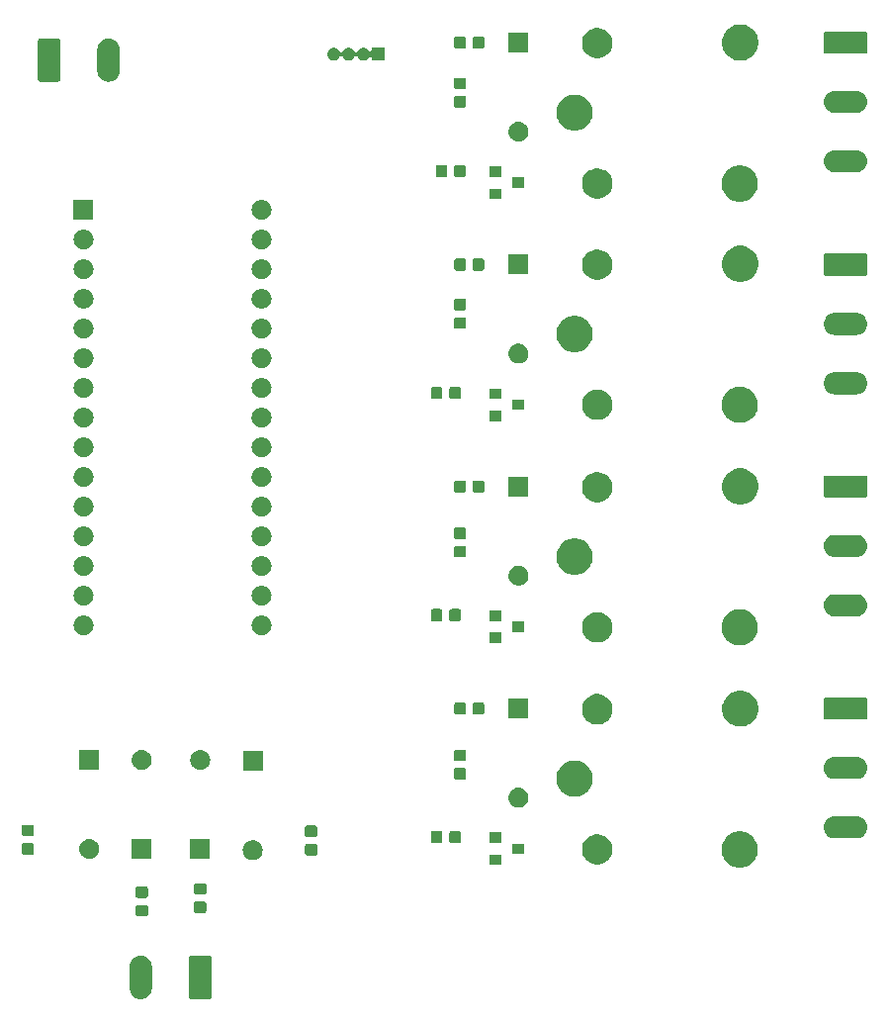
<source format=gts>
G04 #@! TF.GenerationSoftware,KiCad,Pcbnew,5.1.2-f72e74a~84~ubuntu18.04.1*
G04 #@! TF.CreationDate,2019-06-17T19:39:07+02:00*
G04 #@! TF.ProjectId,msg-relay,6d73672d-7265-46c6-9179-2e6b69636164,rev?*
G04 #@! TF.SameCoordinates,Original*
G04 #@! TF.FileFunction,Soldermask,Top*
G04 #@! TF.FilePolarity,Negative*
%FSLAX46Y46*%
G04 Gerber Fmt 4.6, Leading zero omitted, Abs format (unit mm)*
G04 Created by KiCad (PCBNEW 5.1.2-f72e74a~84~ubuntu18.04.1) date 2019-06-17 19:39:07*
%MOMM*%
%LPD*%
G04 APERTURE LIST*
%ADD10C,0.100000*%
G04 APERTURE END LIST*
D10*
G36*
X91856233Y-132163746D02*
G01*
X91934209Y-132187400D01*
X92035308Y-132218068D01*
X92035310Y-132218069D01*
X92200344Y-132306281D01*
X92345002Y-132424998D01*
X92463719Y-132569656D01*
X92551931Y-132734690D01*
X92606254Y-132913767D01*
X92620000Y-133053335D01*
X92620000Y-134946665D01*
X92606254Y-135086233D01*
X92551931Y-135265310D01*
X92463719Y-135430344D01*
X92345002Y-135575002D01*
X92200348Y-135693716D01*
X92200346Y-135693717D01*
X92200345Y-135693718D01*
X92035307Y-135781932D01*
X91915923Y-135818147D01*
X91856232Y-135836254D01*
X91670000Y-135854596D01*
X91483767Y-135836254D01*
X91405791Y-135812600D01*
X91304692Y-135781932D01*
X91251868Y-135753697D01*
X91139656Y-135693719D01*
X90994998Y-135575002D01*
X90876284Y-135430348D01*
X90876282Y-135430345D01*
X90788068Y-135265307D01*
X90751853Y-135145923D01*
X90733746Y-135086232D01*
X90720000Y-134946664D01*
X90720000Y-133053337D01*
X90733747Y-132913767D01*
X90788070Y-132734690D01*
X90876282Y-132569656D01*
X90994999Y-132424998D01*
X91139657Y-132306281D01*
X91304691Y-132218069D01*
X91304693Y-132218068D01*
X91405792Y-132187400D01*
X91483768Y-132163746D01*
X91670000Y-132145404D01*
X91856233Y-132163746D01*
X91856233Y-132163746D01*
G37*
G36*
X97574651Y-132153701D02*
G01*
X97603697Y-132162512D01*
X97630459Y-132176817D01*
X97653925Y-132196075D01*
X97673183Y-132219541D01*
X97687488Y-132246303D01*
X97696299Y-132275349D01*
X97700000Y-132312927D01*
X97700000Y-135687073D01*
X97696299Y-135724651D01*
X97687488Y-135753697D01*
X97673183Y-135780459D01*
X97653925Y-135803925D01*
X97630459Y-135823183D01*
X97603697Y-135837488D01*
X97574651Y-135846299D01*
X97537073Y-135850000D01*
X95962927Y-135850000D01*
X95925349Y-135846299D01*
X95896303Y-135837488D01*
X95869541Y-135823183D01*
X95846075Y-135803925D01*
X95826817Y-135780459D01*
X95812512Y-135753697D01*
X95803701Y-135724651D01*
X95800000Y-135687073D01*
X95800000Y-132312927D01*
X95803701Y-132275349D01*
X95812512Y-132246303D01*
X95826817Y-132219541D01*
X95846075Y-132196075D01*
X95869541Y-132176817D01*
X95896303Y-132162512D01*
X95925349Y-132153701D01*
X95962927Y-132150000D01*
X97537073Y-132150000D01*
X97574651Y-132153701D01*
X97574651Y-132153701D01*
G37*
G36*
X92139030Y-127803955D02*
G01*
X92170551Y-127813516D01*
X92199600Y-127829044D01*
X92225061Y-127849939D01*
X92245956Y-127875400D01*
X92261484Y-127904449D01*
X92271045Y-127935970D01*
X92275000Y-127976123D01*
X92275000Y-128598877D01*
X92271045Y-128639030D01*
X92261484Y-128670551D01*
X92245956Y-128699600D01*
X92225061Y-128725061D01*
X92199600Y-128745956D01*
X92170551Y-128761484D01*
X92139030Y-128771045D01*
X92098877Y-128775000D01*
X91401123Y-128775000D01*
X91360970Y-128771045D01*
X91329449Y-128761484D01*
X91300400Y-128745956D01*
X91274939Y-128725061D01*
X91254044Y-128699600D01*
X91238516Y-128670551D01*
X91228955Y-128639030D01*
X91225000Y-128598877D01*
X91225000Y-127976123D01*
X91228955Y-127935970D01*
X91238516Y-127904449D01*
X91254044Y-127875400D01*
X91274939Y-127849939D01*
X91300400Y-127829044D01*
X91329449Y-127813516D01*
X91360970Y-127803955D01*
X91401123Y-127800000D01*
X92098877Y-127800000D01*
X92139030Y-127803955D01*
X92139030Y-127803955D01*
G37*
G36*
X97139030Y-127516455D02*
G01*
X97170551Y-127526016D01*
X97199600Y-127541544D01*
X97225061Y-127562439D01*
X97245956Y-127587900D01*
X97261484Y-127616949D01*
X97271045Y-127648470D01*
X97275000Y-127688623D01*
X97275000Y-128311377D01*
X97271045Y-128351530D01*
X97261484Y-128383051D01*
X97245956Y-128412100D01*
X97225061Y-128437561D01*
X97199600Y-128458456D01*
X97170551Y-128473984D01*
X97139030Y-128483545D01*
X97098877Y-128487500D01*
X96401123Y-128487500D01*
X96360970Y-128483545D01*
X96329449Y-128473984D01*
X96300400Y-128458456D01*
X96274939Y-128437561D01*
X96254044Y-128412100D01*
X96238516Y-128383051D01*
X96228955Y-128351530D01*
X96225000Y-128311377D01*
X96225000Y-127688623D01*
X96228955Y-127648470D01*
X96238516Y-127616949D01*
X96254044Y-127587900D01*
X96274939Y-127562439D01*
X96300400Y-127541544D01*
X96329449Y-127526016D01*
X96360970Y-127516455D01*
X96401123Y-127512500D01*
X97098877Y-127512500D01*
X97139030Y-127516455D01*
X97139030Y-127516455D01*
G37*
G36*
X92139030Y-126228955D02*
G01*
X92170551Y-126238516D01*
X92199600Y-126254044D01*
X92225061Y-126274939D01*
X92245956Y-126300400D01*
X92261484Y-126329449D01*
X92271045Y-126360970D01*
X92275000Y-126401123D01*
X92275000Y-127023877D01*
X92271045Y-127064030D01*
X92261484Y-127095551D01*
X92245956Y-127124600D01*
X92225061Y-127150061D01*
X92199600Y-127170956D01*
X92170551Y-127186484D01*
X92139030Y-127196045D01*
X92098877Y-127200000D01*
X91401123Y-127200000D01*
X91360970Y-127196045D01*
X91329449Y-127186484D01*
X91300400Y-127170956D01*
X91274939Y-127150061D01*
X91254044Y-127124600D01*
X91238516Y-127095551D01*
X91228955Y-127064030D01*
X91225000Y-127023877D01*
X91225000Y-126401123D01*
X91228955Y-126360970D01*
X91238516Y-126329449D01*
X91254044Y-126300400D01*
X91274939Y-126274939D01*
X91300400Y-126254044D01*
X91329449Y-126238516D01*
X91360970Y-126228955D01*
X91401123Y-126225000D01*
X92098877Y-126225000D01*
X92139030Y-126228955D01*
X92139030Y-126228955D01*
G37*
G36*
X97139030Y-125941455D02*
G01*
X97170551Y-125951016D01*
X97199600Y-125966544D01*
X97225061Y-125987439D01*
X97245956Y-126012900D01*
X97261484Y-126041949D01*
X97271045Y-126073470D01*
X97275000Y-126113623D01*
X97275000Y-126736377D01*
X97271045Y-126776530D01*
X97261484Y-126808051D01*
X97245956Y-126837100D01*
X97225061Y-126862561D01*
X97199600Y-126883456D01*
X97170551Y-126898984D01*
X97139030Y-126908545D01*
X97098877Y-126912500D01*
X96401123Y-126912500D01*
X96360970Y-126908545D01*
X96329449Y-126898984D01*
X96300400Y-126883456D01*
X96274939Y-126862561D01*
X96254044Y-126837100D01*
X96238516Y-126808051D01*
X96228955Y-126776530D01*
X96225000Y-126736377D01*
X96225000Y-126113623D01*
X96228955Y-126073470D01*
X96238516Y-126041949D01*
X96254044Y-126012900D01*
X96274939Y-125987439D01*
X96300400Y-125966544D01*
X96329449Y-125951016D01*
X96360970Y-125941455D01*
X96401123Y-125937500D01*
X97098877Y-125937500D01*
X97139030Y-125941455D01*
X97139030Y-125941455D01*
G37*
G36*
X143402118Y-121559565D02*
G01*
X143402121Y-121559566D01*
X143402120Y-121559566D01*
X143684199Y-121676407D01*
X143743908Y-121716303D01*
X143938068Y-121846036D01*
X144153964Y-122061932D01*
X144253503Y-122210904D01*
X144323593Y-122315801D01*
X144398216Y-122495956D01*
X144440435Y-122597882D01*
X144500000Y-122897338D01*
X144500000Y-123202662D01*
X144440435Y-123502118D01*
X144440434Y-123502120D01*
X144323593Y-123784199D01*
X144292877Y-123830169D01*
X144153964Y-124038068D01*
X143938068Y-124253964D01*
X143794339Y-124350000D01*
X143684199Y-124423593D01*
X143466021Y-124513965D01*
X143402118Y-124540435D01*
X143102662Y-124600000D01*
X142797338Y-124600000D01*
X142497882Y-124540435D01*
X142433979Y-124513965D01*
X142215801Y-124423593D01*
X142105661Y-124350000D01*
X141961932Y-124253964D01*
X141746036Y-124038068D01*
X141607123Y-123830169D01*
X141576407Y-123784199D01*
X141459566Y-123502120D01*
X141459565Y-123502118D01*
X141400000Y-123202662D01*
X141400000Y-122897338D01*
X141459565Y-122597882D01*
X141501784Y-122495956D01*
X141576407Y-122315801D01*
X141646497Y-122210904D01*
X141746036Y-122061932D01*
X141961932Y-121846036D01*
X142156092Y-121716303D01*
X142215801Y-121676407D01*
X142497880Y-121559566D01*
X142497879Y-121559566D01*
X142497882Y-121559565D01*
X142797338Y-121500000D01*
X143102662Y-121500000D01*
X143402118Y-121559565D01*
X143402118Y-121559565D01*
G37*
G36*
X122500000Y-124400000D02*
G01*
X121500000Y-124400000D01*
X121500000Y-123500000D01*
X122500000Y-123500000D01*
X122500000Y-124400000D01*
X122500000Y-124400000D01*
G37*
G36*
X131129196Y-121799958D02*
G01*
X131301722Y-121871421D01*
X131356103Y-121893946D01*
X131365781Y-121897955D01*
X131493876Y-121983545D01*
X131578705Y-122040226D01*
X131759774Y-122221295D01*
X131759776Y-122221298D01*
X131902045Y-122434219D01*
X132000042Y-122670804D01*
X132050000Y-122921961D01*
X132050000Y-123178039D01*
X132000042Y-123429196D01*
X131902045Y-123665781D01*
X131872386Y-123710169D01*
X131759774Y-123878705D01*
X131578705Y-124059774D01*
X131578702Y-124059776D01*
X131365781Y-124202045D01*
X131129196Y-124300042D01*
X130878039Y-124350000D01*
X130621961Y-124350000D01*
X130370804Y-124300042D01*
X130134219Y-124202045D01*
X129921298Y-124059776D01*
X129921295Y-124059774D01*
X129740226Y-123878705D01*
X129627614Y-123710169D01*
X129597955Y-123665781D01*
X129499958Y-123429196D01*
X129450000Y-123178039D01*
X129450000Y-122921961D01*
X129499958Y-122670804D01*
X129597955Y-122434219D01*
X129740224Y-122221298D01*
X129740226Y-122221295D01*
X129921295Y-122040226D01*
X130006124Y-121983545D01*
X130134219Y-121897955D01*
X130143898Y-121893946D01*
X130198278Y-121871421D01*
X130370804Y-121799958D01*
X130621961Y-121750000D01*
X130878039Y-121750000D01*
X131129196Y-121799958D01*
X131129196Y-121799958D01*
G37*
G36*
X101375002Y-122278200D02*
G01*
X101416630Y-122282300D01*
X101465233Y-122297044D01*
X101576855Y-122330903D01*
X101623758Y-122355974D01*
X101724519Y-122409831D01*
X101853949Y-122516051D01*
X101960169Y-122645481D01*
X102009606Y-122737971D01*
X102039097Y-122793145D01*
X102051299Y-122833371D01*
X102087700Y-122953370D01*
X102104112Y-123120000D01*
X102087700Y-123286630D01*
X102075498Y-123326855D01*
X102039097Y-123446855D01*
X102015444Y-123491107D01*
X101960169Y-123594519D01*
X101853949Y-123723949D01*
X101724519Y-123830169D01*
X101633714Y-123878705D01*
X101576855Y-123909097D01*
X101465233Y-123942956D01*
X101416630Y-123957700D01*
X101375002Y-123961800D01*
X101291749Y-123970000D01*
X101208251Y-123970000D01*
X101124998Y-123961800D01*
X101083370Y-123957700D01*
X101034767Y-123942956D01*
X100923145Y-123909097D01*
X100866286Y-123878705D01*
X100775481Y-123830169D01*
X100646051Y-123723949D01*
X100539831Y-123594519D01*
X100484556Y-123491107D01*
X100460903Y-123446855D01*
X100424502Y-123326855D01*
X100412300Y-123286630D01*
X100395888Y-123120000D01*
X100412300Y-122953370D01*
X100448701Y-122833371D01*
X100460903Y-122793145D01*
X100490394Y-122737971D01*
X100539831Y-122645481D01*
X100646051Y-122516051D01*
X100775481Y-122409831D01*
X100876242Y-122355974D01*
X100923145Y-122330903D01*
X101034767Y-122297044D01*
X101083370Y-122282300D01*
X101124998Y-122278200D01*
X101208251Y-122270000D01*
X101291749Y-122270000D01*
X101375002Y-122278200D01*
X101375002Y-122278200D01*
G37*
G36*
X97600000Y-123850000D02*
G01*
X95900000Y-123850000D01*
X95900000Y-122150000D01*
X97600000Y-122150000D01*
X97600000Y-123850000D01*
X97600000Y-123850000D01*
G37*
G36*
X87375002Y-122158200D02*
G01*
X87416630Y-122162300D01*
X87465233Y-122177044D01*
X87576855Y-122210903D01*
X87596302Y-122221298D01*
X87724519Y-122289831D01*
X87853949Y-122396051D01*
X87960169Y-122525481D01*
X87995822Y-122592184D01*
X88039097Y-122673145D01*
X88072632Y-122783697D01*
X88087700Y-122833370D01*
X88096426Y-122921961D01*
X88104112Y-123000000D01*
X88087700Y-123166629D01*
X88039097Y-123326855D01*
X88025908Y-123351530D01*
X87960169Y-123474519D01*
X87853949Y-123603949D01*
X87724519Y-123710169D01*
X87623758Y-123764026D01*
X87576855Y-123789097D01*
X87465233Y-123822956D01*
X87416630Y-123837700D01*
X87375002Y-123841800D01*
X87291749Y-123850000D01*
X87208251Y-123850000D01*
X87124998Y-123841800D01*
X87083370Y-123837700D01*
X87034767Y-123822956D01*
X86923145Y-123789097D01*
X86876242Y-123764026D01*
X86775481Y-123710169D01*
X86646051Y-123603949D01*
X86539831Y-123474519D01*
X86474092Y-123351530D01*
X86460903Y-123326855D01*
X86412300Y-123166629D01*
X86395888Y-123000000D01*
X86403574Y-122921961D01*
X86412300Y-122833370D01*
X86427368Y-122783697D01*
X86460903Y-122673145D01*
X86504178Y-122592184D01*
X86539831Y-122525481D01*
X86646051Y-122396051D01*
X86775481Y-122289831D01*
X86903698Y-122221298D01*
X86923145Y-122210903D01*
X87034767Y-122177044D01*
X87083370Y-122162300D01*
X87124998Y-122158200D01*
X87208251Y-122150000D01*
X87291749Y-122150000D01*
X87375002Y-122158200D01*
X87375002Y-122158200D01*
G37*
G36*
X92600000Y-123850000D02*
G01*
X90900000Y-123850000D01*
X90900000Y-122150000D01*
X92600000Y-122150000D01*
X92600000Y-123850000D01*
X92600000Y-123850000D01*
G37*
G36*
X106639030Y-122591455D02*
G01*
X106670551Y-122601016D01*
X106699600Y-122616544D01*
X106725061Y-122637439D01*
X106745956Y-122662900D01*
X106761484Y-122691949D01*
X106771045Y-122723470D01*
X106775000Y-122763623D01*
X106775000Y-123386377D01*
X106771045Y-123426530D01*
X106761484Y-123458051D01*
X106745956Y-123487100D01*
X106725061Y-123512561D01*
X106699600Y-123533456D01*
X106670551Y-123548984D01*
X106639030Y-123558545D01*
X106598877Y-123562500D01*
X105901123Y-123562500D01*
X105860970Y-123558545D01*
X105829449Y-123548984D01*
X105800400Y-123533456D01*
X105774939Y-123512561D01*
X105754044Y-123487100D01*
X105738516Y-123458051D01*
X105728955Y-123426530D01*
X105725000Y-123386377D01*
X105725000Y-122763623D01*
X105728955Y-122723470D01*
X105738516Y-122691949D01*
X105754044Y-122662900D01*
X105774939Y-122637439D01*
X105800400Y-122616544D01*
X105829449Y-122601016D01*
X105860970Y-122591455D01*
X105901123Y-122587500D01*
X106598877Y-122587500D01*
X106639030Y-122591455D01*
X106639030Y-122591455D01*
G37*
G36*
X82389030Y-122516455D02*
G01*
X82420551Y-122526016D01*
X82449600Y-122541544D01*
X82475061Y-122562439D01*
X82495956Y-122587900D01*
X82511484Y-122616949D01*
X82521045Y-122648470D01*
X82525000Y-122688623D01*
X82525000Y-123311377D01*
X82521045Y-123351530D01*
X82511484Y-123383051D01*
X82495956Y-123412100D01*
X82475061Y-123437561D01*
X82449600Y-123458456D01*
X82420551Y-123473984D01*
X82389030Y-123483545D01*
X82348877Y-123487500D01*
X81651123Y-123487500D01*
X81610970Y-123483545D01*
X81579449Y-123473984D01*
X81550400Y-123458456D01*
X81524939Y-123437561D01*
X81504044Y-123412100D01*
X81488516Y-123383051D01*
X81478955Y-123351530D01*
X81475000Y-123311377D01*
X81475000Y-122688623D01*
X81478955Y-122648470D01*
X81488516Y-122616949D01*
X81504044Y-122587900D01*
X81524939Y-122562439D01*
X81550400Y-122541544D01*
X81579449Y-122526016D01*
X81610970Y-122516455D01*
X81651123Y-122512500D01*
X82348877Y-122512500D01*
X82389030Y-122516455D01*
X82389030Y-122516455D01*
G37*
G36*
X124500000Y-123450000D02*
G01*
X123500000Y-123450000D01*
X123500000Y-122550000D01*
X124500000Y-122550000D01*
X124500000Y-123450000D01*
X124500000Y-123450000D01*
G37*
G36*
X118926530Y-121478955D02*
G01*
X118958051Y-121488516D01*
X118987100Y-121504044D01*
X119012561Y-121524939D01*
X119033456Y-121550400D01*
X119048984Y-121579449D01*
X119058545Y-121610970D01*
X119062500Y-121651123D01*
X119062500Y-122348877D01*
X119058545Y-122389030D01*
X119048984Y-122420551D01*
X119033456Y-122449600D01*
X119012561Y-122475061D01*
X118987100Y-122495956D01*
X118958051Y-122511484D01*
X118926530Y-122521045D01*
X118886377Y-122525000D01*
X118263623Y-122525000D01*
X118223470Y-122521045D01*
X118191949Y-122511484D01*
X118162900Y-122495956D01*
X118137439Y-122475061D01*
X118116544Y-122449600D01*
X118101016Y-122420551D01*
X118091455Y-122389030D01*
X118087500Y-122348877D01*
X118087500Y-121651123D01*
X118091455Y-121610970D01*
X118101016Y-121579449D01*
X118116544Y-121550400D01*
X118137439Y-121524939D01*
X118162900Y-121504044D01*
X118191949Y-121488516D01*
X118223470Y-121478955D01*
X118263623Y-121475000D01*
X118886377Y-121475000D01*
X118926530Y-121478955D01*
X118926530Y-121478955D01*
G37*
G36*
X117351530Y-121478955D02*
G01*
X117383051Y-121488516D01*
X117412100Y-121504044D01*
X117437561Y-121524939D01*
X117458456Y-121550400D01*
X117473984Y-121579449D01*
X117483545Y-121610970D01*
X117487500Y-121651123D01*
X117487500Y-122348877D01*
X117483545Y-122389030D01*
X117473984Y-122420551D01*
X117458456Y-122449600D01*
X117437561Y-122475061D01*
X117412100Y-122495956D01*
X117383051Y-122511484D01*
X117351530Y-122521045D01*
X117311377Y-122525000D01*
X116688623Y-122525000D01*
X116648470Y-122521045D01*
X116616949Y-122511484D01*
X116587900Y-122495956D01*
X116562439Y-122475061D01*
X116541544Y-122449600D01*
X116526016Y-122420551D01*
X116516455Y-122389030D01*
X116512500Y-122348877D01*
X116512500Y-121651123D01*
X116516455Y-121610970D01*
X116526016Y-121579449D01*
X116541544Y-121550400D01*
X116562439Y-121524939D01*
X116587900Y-121504044D01*
X116616949Y-121488516D01*
X116648470Y-121478955D01*
X116688623Y-121475000D01*
X117311377Y-121475000D01*
X117351530Y-121478955D01*
X117351530Y-121478955D01*
G37*
G36*
X122500000Y-122500000D02*
G01*
X121500000Y-122500000D01*
X121500000Y-121600000D01*
X122500000Y-121600000D01*
X122500000Y-122500000D01*
X122500000Y-122500000D01*
G37*
G36*
X153086233Y-120223746D02*
G01*
X153164209Y-120247400D01*
X153265308Y-120278068D01*
X153265310Y-120278069D01*
X153430344Y-120366281D01*
X153575002Y-120484998D01*
X153693719Y-120629656D01*
X153781931Y-120794690D01*
X153836254Y-120973767D01*
X153840069Y-121012500D01*
X153854596Y-121160000D01*
X153836254Y-121346232D01*
X153784732Y-121516079D01*
X153781931Y-121525310D01*
X153693719Y-121690344D01*
X153575002Y-121835002D01*
X153430344Y-121953719D01*
X153268500Y-122040226D01*
X153265308Y-122041932D01*
X153164209Y-122072600D01*
X153086233Y-122096254D01*
X152946665Y-122110000D01*
X151053335Y-122110000D01*
X150913767Y-122096254D01*
X150835791Y-122072600D01*
X150734692Y-122041932D01*
X150731500Y-122040226D01*
X150569656Y-121953719D01*
X150424998Y-121835002D01*
X150306281Y-121690344D01*
X150218069Y-121525310D01*
X150215269Y-121516079D01*
X150163746Y-121346232D01*
X150145404Y-121160000D01*
X150159931Y-121012500D01*
X150163746Y-120973767D01*
X150218069Y-120794690D01*
X150306281Y-120629656D01*
X150424998Y-120484998D01*
X150569656Y-120366281D01*
X150734690Y-120278069D01*
X150734692Y-120278068D01*
X150835791Y-120247400D01*
X150913767Y-120223746D01*
X151053335Y-120210000D01*
X152946665Y-120210000D01*
X153086233Y-120223746D01*
X153086233Y-120223746D01*
G37*
G36*
X106639030Y-121016455D02*
G01*
X106670551Y-121026016D01*
X106699600Y-121041544D01*
X106725061Y-121062439D01*
X106745956Y-121087900D01*
X106761484Y-121116949D01*
X106771045Y-121148470D01*
X106775000Y-121188623D01*
X106775000Y-121811377D01*
X106771045Y-121851530D01*
X106761484Y-121883051D01*
X106745956Y-121912100D01*
X106725061Y-121937561D01*
X106699600Y-121958456D01*
X106670551Y-121973984D01*
X106639030Y-121983545D01*
X106598877Y-121987500D01*
X105901123Y-121987500D01*
X105860970Y-121983545D01*
X105829449Y-121973984D01*
X105800400Y-121958456D01*
X105774939Y-121937561D01*
X105754044Y-121912100D01*
X105738516Y-121883051D01*
X105728955Y-121851530D01*
X105725000Y-121811377D01*
X105725000Y-121188623D01*
X105728955Y-121148470D01*
X105738516Y-121116949D01*
X105754044Y-121087900D01*
X105774939Y-121062439D01*
X105800400Y-121041544D01*
X105829449Y-121026016D01*
X105860970Y-121016455D01*
X105901123Y-121012500D01*
X106598877Y-121012500D01*
X106639030Y-121016455D01*
X106639030Y-121016455D01*
G37*
G36*
X82389030Y-120941455D02*
G01*
X82420551Y-120951016D01*
X82449600Y-120966544D01*
X82475061Y-120987439D01*
X82495956Y-121012900D01*
X82511484Y-121041949D01*
X82521045Y-121073470D01*
X82525000Y-121113623D01*
X82525000Y-121736377D01*
X82521045Y-121776530D01*
X82511484Y-121808051D01*
X82495956Y-121837100D01*
X82475061Y-121862561D01*
X82449600Y-121883456D01*
X82420551Y-121898984D01*
X82389030Y-121908545D01*
X82348877Y-121912500D01*
X81651123Y-121912500D01*
X81610970Y-121908545D01*
X81579449Y-121898984D01*
X81550400Y-121883456D01*
X81524939Y-121862561D01*
X81504044Y-121837100D01*
X81488516Y-121808051D01*
X81478955Y-121776530D01*
X81475000Y-121736377D01*
X81475000Y-121113623D01*
X81478955Y-121073470D01*
X81488516Y-121041949D01*
X81504044Y-121012900D01*
X81524939Y-120987439D01*
X81550400Y-120966544D01*
X81579449Y-120951016D01*
X81610970Y-120941455D01*
X81651123Y-120937500D01*
X82348877Y-120937500D01*
X82389030Y-120941455D01*
X82389030Y-120941455D01*
G37*
G36*
X124125002Y-117778200D02*
G01*
X124166630Y-117782300D01*
X124215233Y-117797044D01*
X124326855Y-117830903D01*
X124373758Y-117855974D01*
X124474519Y-117909831D01*
X124603949Y-118016051D01*
X124710169Y-118145481D01*
X124764026Y-118246242D01*
X124789097Y-118293145D01*
X124813500Y-118373592D01*
X124837700Y-118453370D01*
X124841351Y-118490435D01*
X124854112Y-118620000D01*
X124837700Y-118786629D01*
X124789097Y-118946855D01*
X124789096Y-118946856D01*
X124710169Y-119094519D01*
X124603949Y-119223949D01*
X124474519Y-119330169D01*
X124373758Y-119384026D01*
X124326855Y-119409097D01*
X124215233Y-119442956D01*
X124166630Y-119457700D01*
X124125002Y-119461800D01*
X124041749Y-119470000D01*
X123958251Y-119470000D01*
X123874998Y-119461800D01*
X123833370Y-119457700D01*
X123784767Y-119442956D01*
X123673145Y-119409097D01*
X123626242Y-119384026D01*
X123525481Y-119330169D01*
X123396051Y-119223949D01*
X123289831Y-119094519D01*
X123210904Y-118946856D01*
X123210903Y-118946855D01*
X123162300Y-118786629D01*
X123145888Y-118620000D01*
X123158649Y-118490435D01*
X123162300Y-118453370D01*
X123186500Y-118373592D01*
X123210903Y-118293145D01*
X123235974Y-118246242D01*
X123289831Y-118145481D01*
X123396051Y-118016051D01*
X123525481Y-117909831D01*
X123626242Y-117855974D01*
X123673145Y-117830903D01*
X123784767Y-117797044D01*
X123833370Y-117782300D01*
X123874998Y-117778200D01*
X123958251Y-117770000D01*
X124041749Y-117770000D01*
X124125002Y-117778200D01*
X124125002Y-117778200D01*
G37*
G36*
X129252118Y-115509565D02*
G01*
X129252121Y-115509566D01*
X129252120Y-115509566D01*
X129534199Y-115626407D01*
X129534200Y-115626408D01*
X129788068Y-115796036D01*
X130003964Y-116011932D01*
X130104837Y-116162900D01*
X130173593Y-116265801D01*
X130208469Y-116350000D01*
X130290435Y-116547882D01*
X130350000Y-116847338D01*
X130350000Y-117152662D01*
X130290435Y-117452118D01*
X130290434Y-117452120D01*
X130173593Y-117734199D01*
X130141453Y-117782300D01*
X130003964Y-117988068D01*
X129788068Y-118203964D01*
X129654600Y-118293144D01*
X129534199Y-118373593D01*
X129341600Y-118453370D01*
X129252118Y-118490435D01*
X128952662Y-118550000D01*
X128647338Y-118550000D01*
X128347882Y-118490435D01*
X128258400Y-118453370D01*
X128065801Y-118373593D01*
X127945400Y-118293144D01*
X127811932Y-118203964D01*
X127596036Y-117988068D01*
X127458547Y-117782300D01*
X127426407Y-117734199D01*
X127309566Y-117452120D01*
X127309565Y-117452118D01*
X127250000Y-117152662D01*
X127250000Y-116847338D01*
X127309565Y-116547882D01*
X127391531Y-116350000D01*
X127426407Y-116265801D01*
X127495163Y-116162900D01*
X127596036Y-116011932D01*
X127811932Y-115796036D01*
X128065800Y-115626408D01*
X128065801Y-115626407D01*
X128347880Y-115509566D01*
X128347879Y-115509566D01*
X128347882Y-115509565D01*
X128647338Y-115450000D01*
X128952662Y-115450000D01*
X129252118Y-115509565D01*
X129252118Y-115509565D01*
G37*
G36*
X119389030Y-116091455D02*
G01*
X119420551Y-116101016D01*
X119449600Y-116116544D01*
X119475061Y-116137439D01*
X119495956Y-116162900D01*
X119511484Y-116191949D01*
X119521045Y-116223470D01*
X119525000Y-116263623D01*
X119525000Y-116886377D01*
X119521045Y-116926530D01*
X119511484Y-116958051D01*
X119495956Y-116987100D01*
X119475061Y-117012561D01*
X119449600Y-117033456D01*
X119420551Y-117048984D01*
X119389030Y-117058545D01*
X119348877Y-117062500D01*
X118651123Y-117062500D01*
X118610970Y-117058545D01*
X118579449Y-117048984D01*
X118550400Y-117033456D01*
X118524939Y-117012561D01*
X118504044Y-116987100D01*
X118488516Y-116958051D01*
X118478955Y-116926530D01*
X118475000Y-116886377D01*
X118475000Y-116263623D01*
X118478955Y-116223470D01*
X118488516Y-116191949D01*
X118504044Y-116162900D01*
X118524939Y-116137439D01*
X118550400Y-116116544D01*
X118579449Y-116101016D01*
X118610970Y-116091455D01*
X118651123Y-116087500D01*
X119348877Y-116087500D01*
X119389030Y-116091455D01*
X119389030Y-116091455D01*
G37*
G36*
X153086233Y-115143746D02*
G01*
X153164209Y-115167400D01*
X153265308Y-115198068D01*
X153265310Y-115198069D01*
X153430344Y-115286281D01*
X153575002Y-115404998D01*
X153693719Y-115549656D01*
X153781931Y-115714690D01*
X153836254Y-115893767D01*
X153854596Y-116080000D01*
X153836254Y-116266233D01*
X153781931Y-116445310D01*
X153693719Y-116610344D01*
X153575002Y-116755002D01*
X153430344Y-116873719D01*
X153331541Y-116926530D01*
X153265308Y-116961932D01*
X153182340Y-116987100D01*
X153086233Y-117016254D01*
X152946665Y-117030000D01*
X151053335Y-117030000D01*
X150913767Y-117016254D01*
X150817660Y-116987100D01*
X150734692Y-116961932D01*
X150668459Y-116926530D01*
X150569656Y-116873719D01*
X150424998Y-116755002D01*
X150306281Y-116610344D01*
X150218069Y-116445310D01*
X150163746Y-116266233D01*
X150145404Y-116080000D01*
X150163746Y-115893767D01*
X150218069Y-115714690D01*
X150306281Y-115549656D01*
X150424998Y-115404998D01*
X150569656Y-115286281D01*
X150734690Y-115198069D01*
X150734692Y-115198068D01*
X150835791Y-115167400D01*
X150913767Y-115143746D01*
X151053335Y-115130000D01*
X152946665Y-115130000D01*
X153086233Y-115143746D01*
X153086233Y-115143746D01*
G37*
G36*
X102100000Y-116350000D02*
G01*
X100400000Y-116350000D01*
X100400000Y-114650000D01*
X102100000Y-114650000D01*
X102100000Y-116350000D01*
X102100000Y-116350000D01*
G37*
G36*
X88100000Y-116230000D02*
G01*
X86400000Y-116230000D01*
X86400000Y-114530000D01*
X88100000Y-114530000D01*
X88100000Y-116230000D01*
X88100000Y-116230000D01*
G37*
G36*
X91875002Y-114538200D02*
G01*
X91916630Y-114542300D01*
X91953812Y-114553579D01*
X92076855Y-114590903D01*
X92123758Y-114615974D01*
X92224519Y-114669831D01*
X92353949Y-114776051D01*
X92460169Y-114905481D01*
X92514026Y-115006242D01*
X92539097Y-115053145D01*
X92562410Y-115130000D01*
X92587700Y-115213370D01*
X92604112Y-115380000D01*
X92591351Y-115509566D01*
X92587700Y-115546629D01*
X92539097Y-115706855D01*
X92539096Y-115706856D01*
X92460169Y-115854519D01*
X92353949Y-115983949D01*
X92224519Y-116090169D01*
X92152658Y-116128579D01*
X92076855Y-116169097D01*
X92001520Y-116191949D01*
X91916630Y-116217700D01*
X91875002Y-116221800D01*
X91791749Y-116230000D01*
X91708251Y-116230000D01*
X91624998Y-116221800D01*
X91583370Y-116217700D01*
X91498480Y-116191949D01*
X91423145Y-116169097D01*
X91347342Y-116128579D01*
X91275481Y-116090169D01*
X91146051Y-115983949D01*
X91039831Y-115854519D01*
X90960904Y-115706856D01*
X90960903Y-115706855D01*
X90912300Y-115546629D01*
X90908650Y-115509566D01*
X90895888Y-115380000D01*
X90912300Y-115213370D01*
X90937590Y-115130000D01*
X90960903Y-115053145D01*
X90985974Y-115006242D01*
X91039831Y-114905481D01*
X91146051Y-114776051D01*
X91275481Y-114669831D01*
X91376242Y-114615974D01*
X91423145Y-114590903D01*
X91546188Y-114553579D01*
X91583370Y-114542300D01*
X91624998Y-114538200D01*
X91708251Y-114530000D01*
X91791749Y-114530000D01*
X91875002Y-114538200D01*
X91875002Y-114538200D01*
G37*
G36*
X96875002Y-114538200D02*
G01*
X96916630Y-114542300D01*
X96953812Y-114553579D01*
X97076855Y-114590903D01*
X97123758Y-114615974D01*
X97224519Y-114669831D01*
X97353949Y-114776051D01*
X97460169Y-114905481D01*
X97514026Y-115006242D01*
X97539097Y-115053145D01*
X97562410Y-115130000D01*
X97587700Y-115213370D01*
X97604112Y-115380000D01*
X97591351Y-115509566D01*
X97587700Y-115546629D01*
X97539097Y-115706855D01*
X97539096Y-115706856D01*
X97460169Y-115854519D01*
X97353949Y-115983949D01*
X97224519Y-116090169D01*
X97152658Y-116128579D01*
X97076855Y-116169097D01*
X97001520Y-116191949D01*
X96916630Y-116217700D01*
X96875002Y-116221800D01*
X96791749Y-116230000D01*
X96708251Y-116230000D01*
X96624998Y-116221800D01*
X96583370Y-116217700D01*
X96498480Y-116191949D01*
X96423145Y-116169097D01*
X96347342Y-116128579D01*
X96275481Y-116090169D01*
X96146051Y-115983949D01*
X96039831Y-115854519D01*
X95960904Y-115706856D01*
X95960903Y-115706855D01*
X95912300Y-115546629D01*
X95908650Y-115509566D01*
X95895888Y-115380000D01*
X95912300Y-115213370D01*
X95937590Y-115130000D01*
X95960903Y-115053145D01*
X95985974Y-115006242D01*
X96039831Y-114905481D01*
X96146051Y-114776051D01*
X96275481Y-114669831D01*
X96376242Y-114615974D01*
X96423145Y-114590903D01*
X96546188Y-114553579D01*
X96583370Y-114542300D01*
X96624998Y-114538200D01*
X96708251Y-114530000D01*
X96791749Y-114530000D01*
X96875002Y-114538200D01*
X96875002Y-114538200D01*
G37*
G36*
X119389030Y-114516455D02*
G01*
X119420551Y-114526016D01*
X119449600Y-114541544D01*
X119475061Y-114562439D01*
X119495956Y-114587900D01*
X119511484Y-114616949D01*
X119521045Y-114648470D01*
X119525000Y-114688623D01*
X119525000Y-115311377D01*
X119521045Y-115351530D01*
X119511484Y-115383051D01*
X119495956Y-115412100D01*
X119475061Y-115437561D01*
X119449600Y-115458456D01*
X119420551Y-115473984D01*
X119389030Y-115483545D01*
X119348877Y-115487500D01*
X118651123Y-115487500D01*
X118610970Y-115483545D01*
X118579449Y-115473984D01*
X118550400Y-115458456D01*
X118524939Y-115437561D01*
X118504044Y-115412100D01*
X118488516Y-115383051D01*
X118478955Y-115351530D01*
X118475000Y-115311377D01*
X118475000Y-114688623D01*
X118478955Y-114648470D01*
X118488516Y-114616949D01*
X118504044Y-114587900D01*
X118524939Y-114562439D01*
X118550400Y-114541544D01*
X118579449Y-114526016D01*
X118610970Y-114516455D01*
X118651123Y-114512500D01*
X119348877Y-114512500D01*
X119389030Y-114516455D01*
X119389030Y-114516455D01*
G37*
G36*
X143452118Y-109509565D02*
G01*
X143452121Y-109509566D01*
X143452120Y-109509566D01*
X143734199Y-109626407D01*
X143734200Y-109626408D01*
X143988068Y-109796036D01*
X144203964Y-110011932D01*
X144281044Y-110127291D01*
X144373593Y-110265801D01*
X144443354Y-110434219D01*
X144490435Y-110547882D01*
X144550000Y-110847338D01*
X144550000Y-111152662D01*
X144490435Y-111452118D01*
X144490434Y-111452120D01*
X144373593Y-111734199D01*
X144373592Y-111734200D01*
X144203964Y-111988068D01*
X143988068Y-112203964D01*
X143844276Y-112300042D01*
X143734199Y-112373593D01*
X143516021Y-112463965D01*
X143452118Y-112490435D01*
X143152662Y-112550000D01*
X142847338Y-112550000D01*
X142547882Y-112490435D01*
X142483979Y-112463965D01*
X142265801Y-112373593D01*
X142155724Y-112300042D01*
X142011932Y-112203964D01*
X141796036Y-111988068D01*
X141626408Y-111734200D01*
X141626407Y-111734199D01*
X141509566Y-111452120D01*
X141509565Y-111452118D01*
X141450000Y-111152662D01*
X141450000Y-110847338D01*
X141509565Y-110547882D01*
X141556646Y-110434219D01*
X141626407Y-110265801D01*
X141718956Y-110127291D01*
X141796036Y-110011932D01*
X142011932Y-109796036D01*
X142265800Y-109626408D01*
X142265801Y-109626407D01*
X142547880Y-109509566D01*
X142547879Y-109509566D01*
X142547882Y-109509565D01*
X142847338Y-109450000D01*
X143152662Y-109450000D01*
X143452118Y-109509565D01*
X143452118Y-109509565D01*
G37*
G36*
X131129196Y-109799958D02*
G01*
X131365781Y-109897955D01*
X131536357Y-110011930D01*
X131578705Y-110040226D01*
X131759774Y-110221295D01*
X131759776Y-110221298D01*
X131902045Y-110434219D01*
X132000042Y-110670804D01*
X132050000Y-110921961D01*
X132050000Y-111178039D01*
X132000042Y-111429196D01*
X131902045Y-111665781D01*
X131856329Y-111734200D01*
X131759774Y-111878705D01*
X131578705Y-112059774D01*
X131578702Y-112059776D01*
X131365781Y-112202045D01*
X131365780Y-112202046D01*
X131365779Y-112202046D01*
X131312184Y-112224246D01*
X131129196Y-112300042D01*
X130878039Y-112350000D01*
X130621961Y-112350000D01*
X130370804Y-112300042D01*
X130187816Y-112224246D01*
X130134221Y-112202046D01*
X130134220Y-112202046D01*
X130134219Y-112202045D01*
X129921298Y-112059776D01*
X129921295Y-112059774D01*
X129740226Y-111878705D01*
X129643671Y-111734200D01*
X129597955Y-111665781D01*
X129499958Y-111429196D01*
X129450000Y-111178039D01*
X129450000Y-110921961D01*
X129499958Y-110670804D01*
X129597955Y-110434219D01*
X129740224Y-110221298D01*
X129740226Y-110221295D01*
X129921295Y-110040226D01*
X129963643Y-110011930D01*
X130134219Y-109897955D01*
X130370804Y-109799958D01*
X130621961Y-109750000D01*
X130878039Y-109750000D01*
X131129196Y-109799958D01*
X131129196Y-109799958D01*
G37*
G36*
X153724651Y-110053701D02*
G01*
X153753697Y-110062512D01*
X153780459Y-110076817D01*
X153803925Y-110096075D01*
X153823183Y-110119541D01*
X153837488Y-110146303D01*
X153846299Y-110175349D01*
X153850000Y-110212927D01*
X153850000Y-111787073D01*
X153846299Y-111824651D01*
X153837488Y-111853697D01*
X153823183Y-111880459D01*
X153803925Y-111903925D01*
X153780459Y-111923183D01*
X153753697Y-111937488D01*
X153724651Y-111946299D01*
X153687073Y-111950000D01*
X150312927Y-111950000D01*
X150275349Y-111946299D01*
X150246303Y-111937488D01*
X150219541Y-111923183D01*
X150196075Y-111903925D01*
X150176817Y-111880459D01*
X150162512Y-111853697D01*
X150153701Y-111824651D01*
X150150000Y-111787073D01*
X150150000Y-110212927D01*
X150153701Y-110175349D01*
X150162512Y-110146303D01*
X150176817Y-110119541D01*
X150196075Y-110096075D01*
X150219541Y-110076817D01*
X150246303Y-110062512D01*
X150275349Y-110053701D01*
X150312927Y-110050000D01*
X153687073Y-110050000D01*
X153724651Y-110053701D01*
X153724651Y-110053701D01*
G37*
G36*
X124850000Y-111850000D02*
G01*
X123150000Y-111850000D01*
X123150000Y-110150000D01*
X124850000Y-110150000D01*
X124850000Y-111850000D01*
X124850000Y-111850000D01*
G37*
G36*
X120926530Y-110478955D02*
G01*
X120958051Y-110488516D01*
X120987100Y-110504044D01*
X121012561Y-110524939D01*
X121033456Y-110550400D01*
X121048984Y-110579449D01*
X121058545Y-110610970D01*
X121062500Y-110651123D01*
X121062500Y-111348877D01*
X121058545Y-111389030D01*
X121048984Y-111420551D01*
X121033456Y-111449600D01*
X121012561Y-111475061D01*
X120987100Y-111495956D01*
X120958051Y-111511484D01*
X120926530Y-111521045D01*
X120886377Y-111525000D01*
X120263623Y-111525000D01*
X120223470Y-111521045D01*
X120191949Y-111511484D01*
X120162900Y-111495956D01*
X120137439Y-111475061D01*
X120116544Y-111449600D01*
X120101016Y-111420551D01*
X120091455Y-111389030D01*
X120087500Y-111348877D01*
X120087500Y-110651123D01*
X120091455Y-110610970D01*
X120101016Y-110579449D01*
X120116544Y-110550400D01*
X120137439Y-110524939D01*
X120162900Y-110504044D01*
X120191949Y-110488516D01*
X120223470Y-110478955D01*
X120263623Y-110475000D01*
X120886377Y-110475000D01*
X120926530Y-110478955D01*
X120926530Y-110478955D01*
G37*
G36*
X119351530Y-110478955D02*
G01*
X119383051Y-110488516D01*
X119412100Y-110504044D01*
X119437561Y-110524939D01*
X119458456Y-110550400D01*
X119473984Y-110579449D01*
X119483545Y-110610970D01*
X119487500Y-110651123D01*
X119487500Y-111348877D01*
X119483545Y-111389030D01*
X119473984Y-111420551D01*
X119458456Y-111449600D01*
X119437561Y-111475061D01*
X119412100Y-111495956D01*
X119383051Y-111511484D01*
X119351530Y-111521045D01*
X119311377Y-111525000D01*
X118688623Y-111525000D01*
X118648470Y-111521045D01*
X118616949Y-111511484D01*
X118587900Y-111495956D01*
X118562439Y-111475061D01*
X118541544Y-111449600D01*
X118526016Y-111420551D01*
X118516455Y-111389030D01*
X118512500Y-111348877D01*
X118512500Y-110651123D01*
X118516455Y-110610970D01*
X118526016Y-110579449D01*
X118541544Y-110550400D01*
X118562439Y-110524939D01*
X118587900Y-110504044D01*
X118616949Y-110488516D01*
X118648470Y-110478955D01*
X118688623Y-110475000D01*
X119311377Y-110475000D01*
X119351530Y-110478955D01*
X119351530Y-110478955D01*
G37*
G36*
X143402118Y-102559565D02*
G01*
X143402121Y-102559566D01*
X143402120Y-102559566D01*
X143684199Y-102676407D01*
X143747570Y-102718750D01*
X143938068Y-102846036D01*
X144153964Y-103061932D01*
X144212696Y-103149831D01*
X144323593Y-103315801D01*
X144398216Y-103495956D01*
X144440435Y-103597882D01*
X144500000Y-103897338D01*
X144500000Y-104202662D01*
X144440435Y-104502118D01*
X144440434Y-104502120D01*
X144323593Y-104784199D01*
X144323592Y-104784200D01*
X144153964Y-105038068D01*
X143938068Y-105253964D01*
X143794339Y-105350000D01*
X143684199Y-105423593D01*
X143466021Y-105513965D01*
X143402118Y-105540435D01*
X143102662Y-105600000D01*
X142797338Y-105600000D01*
X142497882Y-105540435D01*
X142433979Y-105513965D01*
X142215801Y-105423593D01*
X142105661Y-105350000D01*
X141961932Y-105253964D01*
X141746036Y-105038068D01*
X141576408Y-104784200D01*
X141576407Y-104784199D01*
X141459566Y-104502120D01*
X141459565Y-104502118D01*
X141400000Y-104202662D01*
X141400000Y-103897338D01*
X141459565Y-103597882D01*
X141501784Y-103495956D01*
X141576407Y-103315801D01*
X141687304Y-103149831D01*
X141746036Y-103061932D01*
X141961932Y-102846036D01*
X142152430Y-102718750D01*
X142215801Y-102676407D01*
X142497880Y-102559566D01*
X142497879Y-102559566D01*
X142497882Y-102559565D01*
X142797338Y-102500000D01*
X143102662Y-102500000D01*
X143402118Y-102559565D01*
X143402118Y-102559565D01*
G37*
G36*
X122500000Y-105400000D02*
G01*
X121500000Y-105400000D01*
X121500000Y-104500000D01*
X122500000Y-104500000D01*
X122500000Y-105400000D01*
X122500000Y-105400000D01*
G37*
G36*
X131129196Y-102799958D02*
G01*
X131365781Y-102897955D01*
X131551877Y-103022300D01*
X131578705Y-103040226D01*
X131759774Y-103221295D01*
X131759776Y-103221298D01*
X131902045Y-103434219D01*
X132000042Y-103670804D01*
X132050000Y-103921961D01*
X132050000Y-104178039D01*
X132000042Y-104429196D01*
X131941649Y-104570168D01*
X131902046Y-104665779D01*
X131759774Y-104878705D01*
X131578705Y-105059774D01*
X131578702Y-105059776D01*
X131365781Y-105202045D01*
X131129196Y-105300042D01*
X130878039Y-105350000D01*
X130621961Y-105350000D01*
X130370804Y-105300042D01*
X130134219Y-105202045D01*
X129921298Y-105059776D01*
X129921295Y-105059774D01*
X129740226Y-104878705D01*
X129597954Y-104665779D01*
X129558351Y-104570168D01*
X129499958Y-104429196D01*
X129450000Y-104178039D01*
X129450000Y-103921961D01*
X129499958Y-103670804D01*
X129597955Y-103434219D01*
X129740224Y-103221298D01*
X129740226Y-103221295D01*
X129921295Y-103040226D01*
X129948123Y-103022300D01*
X130134219Y-102897955D01*
X130370804Y-102799958D01*
X130621961Y-102750000D01*
X130878039Y-102750000D01*
X131129196Y-102799958D01*
X131129196Y-102799958D01*
G37*
G36*
X102125002Y-103018200D02*
G01*
X102166630Y-103022300D01*
X102215233Y-103037044D01*
X102326855Y-103070903D01*
X102373758Y-103095974D01*
X102474519Y-103149831D01*
X102603949Y-103256051D01*
X102710169Y-103385481D01*
X102744441Y-103449600D01*
X102789097Y-103533145D01*
X102837700Y-103693371D01*
X102854112Y-103860000D01*
X102837700Y-104026629D01*
X102789097Y-104186855D01*
X102789096Y-104186856D01*
X102710169Y-104334519D01*
X102603949Y-104463949D01*
X102474519Y-104570169D01*
X102373758Y-104624026D01*
X102326855Y-104649097D01*
X102215233Y-104682956D01*
X102166630Y-104697700D01*
X102125002Y-104701800D01*
X102041749Y-104710000D01*
X101958251Y-104710000D01*
X101874998Y-104701800D01*
X101833370Y-104697700D01*
X101784767Y-104682956D01*
X101673145Y-104649097D01*
X101626242Y-104624026D01*
X101525481Y-104570169D01*
X101396051Y-104463949D01*
X101289831Y-104334519D01*
X101210904Y-104186856D01*
X101210903Y-104186855D01*
X101162300Y-104026629D01*
X101145888Y-103860000D01*
X101162300Y-103693371D01*
X101210903Y-103533145D01*
X101255559Y-103449600D01*
X101289831Y-103385481D01*
X101396051Y-103256051D01*
X101525481Y-103149831D01*
X101626242Y-103095974D01*
X101673145Y-103070903D01*
X101784767Y-103037044D01*
X101833370Y-103022300D01*
X101874998Y-103018200D01*
X101958251Y-103010000D01*
X102041749Y-103010000D01*
X102125002Y-103018200D01*
X102125002Y-103018200D01*
G37*
G36*
X86885002Y-103018200D02*
G01*
X86926630Y-103022300D01*
X86975233Y-103037044D01*
X87086855Y-103070903D01*
X87133758Y-103095974D01*
X87234519Y-103149831D01*
X87363949Y-103256051D01*
X87470169Y-103385481D01*
X87504441Y-103449600D01*
X87549097Y-103533145D01*
X87597700Y-103693371D01*
X87614112Y-103860000D01*
X87597700Y-104026629D01*
X87549097Y-104186855D01*
X87549096Y-104186856D01*
X87470169Y-104334519D01*
X87363949Y-104463949D01*
X87234519Y-104570169D01*
X87133758Y-104624026D01*
X87086855Y-104649097D01*
X86975233Y-104682956D01*
X86926630Y-104697700D01*
X86885002Y-104701800D01*
X86801749Y-104710000D01*
X86718251Y-104710000D01*
X86634998Y-104701800D01*
X86593370Y-104697700D01*
X86544767Y-104682956D01*
X86433145Y-104649097D01*
X86386242Y-104624026D01*
X86285481Y-104570169D01*
X86156051Y-104463949D01*
X86049831Y-104334519D01*
X85970904Y-104186856D01*
X85970903Y-104186855D01*
X85922300Y-104026629D01*
X85905888Y-103860000D01*
X85922300Y-103693371D01*
X85970903Y-103533145D01*
X86015559Y-103449600D01*
X86049831Y-103385481D01*
X86156051Y-103256051D01*
X86285481Y-103149831D01*
X86386242Y-103095974D01*
X86433145Y-103070903D01*
X86544767Y-103037044D01*
X86593370Y-103022300D01*
X86634998Y-103018200D01*
X86718251Y-103010000D01*
X86801749Y-103010000D01*
X86885002Y-103018200D01*
X86885002Y-103018200D01*
G37*
G36*
X124500000Y-104450000D02*
G01*
X123500000Y-104450000D01*
X123500000Y-103550000D01*
X124500000Y-103550000D01*
X124500000Y-104450000D01*
X124500000Y-104450000D01*
G37*
G36*
X117351530Y-102478955D02*
G01*
X117383051Y-102488516D01*
X117412100Y-102504044D01*
X117437561Y-102524939D01*
X117458456Y-102550400D01*
X117473984Y-102579449D01*
X117483545Y-102610970D01*
X117487500Y-102651123D01*
X117487500Y-103348877D01*
X117483545Y-103389030D01*
X117473984Y-103420551D01*
X117458456Y-103449600D01*
X117437561Y-103475061D01*
X117412100Y-103495956D01*
X117383051Y-103511484D01*
X117351530Y-103521045D01*
X117311377Y-103525000D01*
X116688623Y-103525000D01*
X116648470Y-103521045D01*
X116616949Y-103511484D01*
X116587900Y-103495956D01*
X116562439Y-103475061D01*
X116541544Y-103449600D01*
X116526016Y-103420551D01*
X116516455Y-103389030D01*
X116512500Y-103348877D01*
X116512500Y-102651123D01*
X116516455Y-102610970D01*
X116526016Y-102579449D01*
X116541544Y-102550400D01*
X116562439Y-102524939D01*
X116587900Y-102504044D01*
X116616949Y-102488516D01*
X116648470Y-102478955D01*
X116688623Y-102475000D01*
X117311377Y-102475000D01*
X117351530Y-102478955D01*
X117351530Y-102478955D01*
G37*
G36*
X118926530Y-102478955D02*
G01*
X118958051Y-102488516D01*
X118987100Y-102504044D01*
X119012561Y-102524939D01*
X119033456Y-102550400D01*
X119048984Y-102579449D01*
X119058545Y-102610970D01*
X119062500Y-102651123D01*
X119062500Y-103348877D01*
X119058545Y-103389030D01*
X119048984Y-103420551D01*
X119033456Y-103449600D01*
X119012561Y-103475061D01*
X118987100Y-103495956D01*
X118958051Y-103511484D01*
X118926530Y-103521045D01*
X118886377Y-103525000D01*
X118263623Y-103525000D01*
X118223470Y-103521045D01*
X118191949Y-103511484D01*
X118162900Y-103495956D01*
X118137439Y-103475061D01*
X118116544Y-103449600D01*
X118101016Y-103420551D01*
X118091455Y-103389030D01*
X118087500Y-103348877D01*
X118087500Y-102651123D01*
X118091455Y-102610970D01*
X118101016Y-102579449D01*
X118116544Y-102550400D01*
X118137439Y-102524939D01*
X118162900Y-102504044D01*
X118191949Y-102488516D01*
X118223470Y-102478955D01*
X118263623Y-102475000D01*
X118886377Y-102475000D01*
X118926530Y-102478955D01*
X118926530Y-102478955D01*
G37*
G36*
X122500000Y-103500000D02*
G01*
X121500000Y-103500000D01*
X121500000Y-102600000D01*
X122500000Y-102600000D01*
X122500000Y-103500000D01*
X122500000Y-103500000D01*
G37*
G36*
X153086233Y-101223746D02*
G01*
X153164209Y-101247400D01*
X153265308Y-101278068D01*
X153265310Y-101278069D01*
X153430344Y-101366281D01*
X153575002Y-101484998D01*
X153693719Y-101629656D01*
X153781840Y-101794519D01*
X153781932Y-101794692D01*
X153836254Y-101973768D01*
X153854596Y-102160000D01*
X153836254Y-102346232D01*
X153784732Y-102516079D01*
X153781931Y-102525310D01*
X153693719Y-102690344D01*
X153575002Y-102835002D01*
X153430344Y-102953719D01*
X153268500Y-103040226D01*
X153265308Y-103041932D01*
X153169803Y-103070903D01*
X153086233Y-103096254D01*
X152946665Y-103110000D01*
X151053335Y-103110000D01*
X150913767Y-103096254D01*
X150830197Y-103070903D01*
X150734692Y-103041932D01*
X150731500Y-103040226D01*
X150569656Y-102953719D01*
X150424998Y-102835002D01*
X150306281Y-102690344D01*
X150218069Y-102525310D01*
X150215269Y-102516079D01*
X150163746Y-102346232D01*
X150145404Y-102160000D01*
X150163746Y-101973768D01*
X150218068Y-101794692D01*
X150218160Y-101794519D01*
X150306281Y-101629656D01*
X150424998Y-101484998D01*
X150569656Y-101366281D01*
X150734690Y-101278069D01*
X150734692Y-101278068D01*
X150835791Y-101247400D01*
X150913767Y-101223746D01*
X151053335Y-101210000D01*
X152946665Y-101210000D01*
X153086233Y-101223746D01*
X153086233Y-101223746D01*
G37*
G36*
X102125002Y-100478200D02*
G01*
X102166630Y-100482300D01*
X102215233Y-100497044D01*
X102326855Y-100530903D01*
X102373758Y-100555974D01*
X102474519Y-100609831D01*
X102603949Y-100716051D01*
X102710169Y-100845481D01*
X102764026Y-100946242D01*
X102789097Y-100993145D01*
X102822956Y-101104767D01*
X102837700Y-101153370D01*
X102854112Y-101320000D01*
X102849554Y-101366282D01*
X102837700Y-101486629D01*
X102789097Y-101646855D01*
X102789096Y-101646856D01*
X102710169Y-101794519D01*
X102603949Y-101923949D01*
X102474519Y-102030169D01*
X102373758Y-102084026D01*
X102326855Y-102109097D01*
X102215233Y-102142956D01*
X102166630Y-102157700D01*
X102125002Y-102161800D01*
X102041749Y-102170000D01*
X101958251Y-102170000D01*
X101874998Y-102161800D01*
X101833370Y-102157700D01*
X101784767Y-102142956D01*
X101673145Y-102109097D01*
X101626242Y-102084026D01*
X101525481Y-102030169D01*
X101396051Y-101923949D01*
X101289831Y-101794519D01*
X101210904Y-101646856D01*
X101210903Y-101646855D01*
X101162300Y-101486629D01*
X101150447Y-101366282D01*
X101145888Y-101320000D01*
X101162300Y-101153370D01*
X101177044Y-101104767D01*
X101210903Y-100993145D01*
X101235974Y-100946242D01*
X101289831Y-100845481D01*
X101396051Y-100716051D01*
X101525481Y-100609831D01*
X101626242Y-100555974D01*
X101673145Y-100530903D01*
X101784767Y-100497044D01*
X101833370Y-100482300D01*
X101874998Y-100478200D01*
X101958251Y-100470000D01*
X102041749Y-100470000D01*
X102125002Y-100478200D01*
X102125002Y-100478200D01*
G37*
G36*
X86885002Y-100478200D02*
G01*
X86926630Y-100482300D01*
X86975233Y-100497044D01*
X87086855Y-100530903D01*
X87133758Y-100555974D01*
X87234519Y-100609831D01*
X87363949Y-100716051D01*
X87470169Y-100845481D01*
X87524026Y-100946242D01*
X87549097Y-100993145D01*
X87582956Y-101104767D01*
X87597700Y-101153370D01*
X87614112Y-101320000D01*
X87609554Y-101366282D01*
X87597700Y-101486629D01*
X87549097Y-101646855D01*
X87549096Y-101646856D01*
X87470169Y-101794519D01*
X87363949Y-101923949D01*
X87234519Y-102030169D01*
X87133758Y-102084026D01*
X87086855Y-102109097D01*
X86975233Y-102142956D01*
X86926630Y-102157700D01*
X86885002Y-102161800D01*
X86801749Y-102170000D01*
X86718251Y-102170000D01*
X86634998Y-102161800D01*
X86593370Y-102157700D01*
X86544767Y-102142956D01*
X86433145Y-102109097D01*
X86386242Y-102084026D01*
X86285481Y-102030169D01*
X86156051Y-101923949D01*
X86049831Y-101794519D01*
X85970904Y-101646856D01*
X85970903Y-101646855D01*
X85922300Y-101486629D01*
X85910447Y-101366282D01*
X85905888Y-101320000D01*
X85922300Y-101153370D01*
X85937044Y-101104767D01*
X85970903Y-100993145D01*
X85995974Y-100946242D01*
X86049831Y-100845481D01*
X86156051Y-100716051D01*
X86285481Y-100609831D01*
X86386242Y-100555974D01*
X86433145Y-100530903D01*
X86544767Y-100497044D01*
X86593370Y-100482300D01*
X86634998Y-100478200D01*
X86718251Y-100470000D01*
X86801749Y-100470000D01*
X86885002Y-100478200D01*
X86885002Y-100478200D01*
G37*
G36*
X124125002Y-98778200D02*
G01*
X124166630Y-98782300D01*
X124215233Y-98797044D01*
X124326855Y-98830903D01*
X124373758Y-98855974D01*
X124474519Y-98909831D01*
X124603949Y-99016051D01*
X124710169Y-99145481D01*
X124764026Y-99246242D01*
X124789097Y-99293145D01*
X124822956Y-99404767D01*
X124837700Y-99453370D01*
X124841351Y-99490435D01*
X124854112Y-99620000D01*
X124837700Y-99786629D01*
X124789097Y-99946855D01*
X124789096Y-99946856D01*
X124710169Y-100094519D01*
X124603949Y-100223949D01*
X124474519Y-100330169D01*
X124373758Y-100384026D01*
X124326855Y-100409097D01*
X124215233Y-100442956D01*
X124166630Y-100457700D01*
X124125002Y-100461800D01*
X124041749Y-100470000D01*
X123958251Y-100470000D01*
X123874998Y-100461800D01*
X123833370Y-100457700D01*
X123784767Y-100442956D01*
X123673145Y-100409097D01*
X123626242Y-100384026D01*
X123525481Y-100330169D01*
X123396051Y-100223949D01*
X123289831Y-100094519D01*
X123210904Y-99946856D01*
X123210903Y-99946855D01*
X123162300Y-99786629D01*
X123145888Y-99620000D01*
X123158649Y-99490435D01*
X123162300Y-99453370D01*
X123177044Y-99404767D01*
X123210903Y-99293145D01*
X123235974Y-99246242D01*
X123289831Y-99145481D01*
X123396051Y-99016051D01*
X123525481Y-98909831D01*
X123626242Y-98855974D01*
X123673145Y-98830903D01*
X123784767Y-98797044D01*
X123833370Y-98782300D01*
X123874998Y-98778200D01*
X123958251Y-98770000D01*
X124041749Y-98770000D01*
X124125002Y-98778200D01*
X124125002Y-98778200D01*
G37*
G36*
X102125002Y-97938200D02*
G01*
X102166630Y-97942300D01*
X102205760Y-97954170D01*
X102326855Y-97990903D01*
X102367374Y-98012561D01*
X102474519Y-98069831D01*
X102603949Y-98176051D01*
X102710169Y-98305481D01*
X102764026Y-98406242D01*
X102789097Y-98453145D01*
X102837700Y-98613371D01*
X102854112Y-98780000D01*
X102837700Y-98946629D01*
X102789097Y-99106855D01*
X102789096Y-99106856D01*
X102710169Y-99254519D01*
X102603949Y-99383949D01*
X102474519Y-99490169D01*
X102373758Y-99544026D01*
X102326855Y-99569097D01*
X102215233Y-99602956D01*
X102166630Y-99617700D01*
X102125002Y-99621800D01*
X102041749Y-99630000D01*
X101958251Y-99630000D01*
X101874998Y-99621800D01*
X101833370Y-99617700D01*
X101784767Y-99602956D01*
X101673145Y-99569097D01*
X101626242Y-99544026D01*
X101525481Y-99490169D01*
X101396051Y-99383949D01*
X101289831Y-99254519D01*
X101210904Y-99106856D01*
X101210903Y-99106855D01*
X101162300Y-98946629D01*
X101145888Y-98780000D01*
X101162300Y-98613371D01*
X101210903Y-98453145D01*
X101235974Y-98406242D01*
X101289831Y-98305481D01*
X101396051Y-98176051D01*
X101525481Y-98069831D01*
X101632626Y-98012561D01*
X101673145Y-97990903D01*
X101794240Y-97954170D01*
X101833370Y-97942300D01*
X101874998Y-97938200D01*
X101958251Y-97930000D01*
X102041749Y-97930000D01*
X102125002Y-97938200D01*
X102125002Y-97938200D01*
G37*
G36*
X86885002Y-97938200D02*
G01*
X86926630Y-97942300D01*
X86965760Y-97954170D01*
X87086855Y-97990903D01*
X87127374Y-98012561D01*
X87234519Y-98069831D01*
X87363949Y-98176051D01*
X87470169Y-98305481D01*
X87524026Y-98406242D01*
X87549097Y-98453145D01*
X87597700Y-98613371D01*
X87614112Y-98780000D01*
X87597700Y-98946629D01*
X87549097Y-99106855D01*
X87549096Y-99106856D01*
X87470169Y-99254519D01*
X87363949Y-99383949D01*
X87234519Y-99490169D01*
X87133758Y-99544026D01*
X87086855Y-99569097D01*
X86975233Y-99602956D01*
X86926630Y-99617700D01*
X86885002Y-99621800D01*
X86801749Y-99630000D01*
X86718251Y-99630000D01*
X86634998Y-99621800D01*
X86593370Y-99617700D01*
X86544767Y-99602956D01*
X86433145Y-99569097D01*
X86386242Y-99544026D01*
X86285481Y-99490169D01*
X86156051Y-99383949D01*
X86049831Y-99254519D01*
X85970904Y-99106856D01*
X85970903Y-99106855D01*
X85922300Y-98946629D01*
X85905888Y-98780000D01*
X85922300Y-98613371D01*
X85970903Y-98453145D01*
X85995974Y-98406242D01*
X86049831Y-98305481D01*
X86156051Y-98176051D01*
X86285481Y-98069831D01*
X86392626Y-98012561D01*
X86433145Y-97990903D01*
X86554240Y-97954170D01*
X86593370Y-97942300D01*
X86634998Y-97938200D01*
X86718251Y-97930000D01*
X86801749Y-97930000D01*
X86885002Y-97938200D01*
X86885002Y-97938200D01*
G37*
G36*
X129252118Y-96509565D02*
G01*
X129252121Y-96509566D01*
X129252120Y-96509566D01*
X129534199Y-96626407D01*
X129534200Y-96626408D01*
X129788068Y-96796036D01*
X130003964Y-97011932D01*
X130104837Y-97162900D01*
X130173593Y-97265801D01*
X130247947Y-97445308D01*
X130290435Y-97547882D01*
X130350000Y-97847338D01*
X130350000Y-98152662D01*
X130290435Y-98452118D01*
X130263965Y-98516021D01*
X130173593Y-98734199D01*
X130142990Y-98780000D01*
X130003964Y-98988068D01*
X129788068Y-99203964D01*
X129654600Y-99293144D01*
X129534199Y-99373593D01*
X129341600Y-99453370D01*
X129252118Y-99490435D01*
X128952662Y-99550000D01*
X128647338Y-99550000D01*
X128347882Y-99490435D01*
X128258400Y-99453370D01*
X128065801Y-99373593D01*
X127945400Y-99293144D01*
X127811932Y-99203964D01*
X127596036Y-98988068D01*
X127457010Y-98780000D01*
X127426407Y-98734199D01*
X127336035Y-98516021D01*
X127309565Y-98452118D01*
X127250000Y-98152662D01*
X127250000Y-97847338D01*
X127309565Y-97547882D01*
X127352053Y-97445308D01*
X127426407Y-97265801D01*
X127495163Y-97162900D01*
X127596036Y-97011932D01*
X127811932Y-96796036D01*
X128065800Y-96626408D01*
X128065801Y-96626407D01*
X128347880Y-96509566D01*
X128347879Y-96509566D01*
X128347882Y-96509565D01*
X128647338Y-96450000D01*
X128952662Y-96450000D01*
X129252118Y-96509565D01*
X129252118Y-96509565D01*
G37*
G36*
X119389030Y-97091455D02*
G01*
X119420551Y-97101016D01*
X119449600Y-97116544D01*
X119475061Y-97137439D01*
X119495956Y-97162900D01*
X119511484Y-97191949D01*
X119521045Y-97223470D01*
X119525000Y-97263623D01*
X119525000Y-97886377D01*
X119521045Y-97926530D01*
X119511484Y-97958051D01*
X119495956Y-97987100D01*
X119475061Y-98012561D01*
X119449600Y-98033456D01*
X119420551Y-98048984D01*
X119389030Y-98058545D01*
X119348877Y-98062500D01*
X118651123Y-98062500D01*
X118610970Y-98058545D01*
X118579449Y-98048984D01*
X118550400Y-98033456D01*
X118524939Y-98012561D01*
X118504044Y-97987100D01*
X118488516Y-97958051D01*
X118478955Y-97926530D01*
X118475000Y-97886377D01*
X118475000Y-97263623D01*
X118478955Y-97223470D01*
X118488516Y-97191949D01*
X118504044Y-97162900D01*
X118524939Y-97137439D01*
X118550400Y-97116544D01*
X118579449Y-97101016D01*
X118610970Y-97091455D01*
X118651123Y-97087500D01*
X119348877Y-97087500D01*
X119389030Y-97091455D01*
X119389030Y-97091455D01*
G37*
G36*
X153086233Y-96143746D02*
G01*
X153164209Y-96167400D01*
X153265308Y-96198068D01*
X153265310Y-96198069D01*
X153430344Y-96286281D01*
X153575002Y-96404998D01*
X153693719Y-96549656D01*
X153781931Y-96714690D01*
X153836254Y-96893767D01*
X153854596Y-97080000D01*
X153836254Y-97266233D01*
X153781931Y-97445310D01*
X153693719Y-97610344D01*
X153575002Y-97755002D01*
X153430344Y-97873719D01*
X153331541Y-97926530D01*
X153265308Y-97961932D01*
X153182340Y-97987100D01*
X153086233Y-98016254D01*
X152946665Y-98030000D01*
X151053335Y-98030000D01*
X150913767Y-98016254D01*
X150817660Y-97987100D01*
X150734692Y-97961932D01*
X150668459Y-97926530D01*
X150569656Y-97873719D01*
X150424998Y-97755002D01*
X150306281Y-97610344D01*
X150218069Y-97445310D01*
X150163746Y-97266233D01*
X150145404Y-97080000D01*
X150163746Y-96893767D01*
X150218069Y-96714690D01*
X150306281Y-96549656D01*
X150424998Y-96404998D01*
X150569656Y-96286281D01*
X150734690Y-96198069D01*
X150734692Y-96198068D01*
X150835791Y-96167400D01*
X150913767Y-96143746D01*
X151053335Y-96130000D01*
X152946665Y-96130000D01*
X153086233Y-96143746D01*
X153086233Y-96143746D01*
G37*
G36*
X86885002Y-95398200D02*
G01*
X86926630Y-95402300D01*
X86975233Y-95417044D01*
X87086855Y-95450903D01*
X87133758Y-95475974D01*
X87234519Y-95529831D01*
X87363949Y-95636051D01*
X87470169Y-95765481D01*
X87524026Y-95866242D01*
X87549097Y-95913145D01*
X87582956Y-96024767D01*
X87597700Y-96073370D01*
X87614112Y-96240000D01*
X87597700Y-96406630D01*
X87584544Y-96450000D01*
X87549097Y-96566855D01*
X87549096Y-96566856D01*
X87470169Y-96714519D01*
X87363949Y-96843949D01*
X87234519Y-96950169D01*
X87133758Y-97004026D01*
X87086855Y-97029097D01*
X86975233Y-97062956D01*
X86926630Y-97077700D01*
X86885002Y-97081800D01*
X86801749Y-97090000D01*
X86718251Y-97090000D01*
X86634998Y-97081800D01*
X86593370Y-97077700D01*
X86544767Y-97062956D01*
X86433145Y-97029097D01*
X86386242Y-97004026D01*
X86285481Y-96950169D01*
X86156051Y-96843949D01*
X86049831Y-96714519D01*
X85970904Y-96566856D01*
X85970903Y-96566855D01*
X85935456Y-96450000D01*
X85922300Y-96406630D01*
X85905888Y-96240000D01*
X85922300Y-96073370D01*
X85937044Y-96024767D01*
X85970903Y-95913145D01*
X85995974Y-95866242D01*
X86049831Y-95765481D01*
X86156051Y-95636051D01*
X86285481Y-95529831D01*
X86386242Y-95475974D01*
X86433145Y-95450903D01*
X86544767Y-95417044D01*
X86593370Y-95402300D01*
X86634998Y-95398200D01*
X86718251Y-95390000D01*
X86801749Y-95390000D01*
X86885002Y-95398200D01*
X86885002Y-95398200D01*
G37*
G36*
X102125002Y-95398200D02*
G01*
X102166630Y-95402300D01*
X102215233Y-95417044D01*
X102326855Y-95450903D01*
X102373758Y-95475974D01*
X102474519Y-95529831D01*
X102603949Y-95636051D01*
X102710169Y-95765481D01*
X102764026Y-95866242D01*
X102789097Y-95913145D01*
X102822956Y-96024767D01*
X102837700Y-96073370D01*
X102854112Y-96240000D01*
X102837700Y-96406630D01*
X102824544Y-96450000D01*
X102789097Y-96566855D01*
X102789096Y-96566856D01*
X102710169Y-96714519D01*
X102603949Y-96843949D01*
X102474519Y-96950169D01*
X102373758Y-97004026D01*
X102326855Y-97029097D01*
X102215233Y-97062956D01*
X102166630Y-97077700D01*
X102125002Y-97081800D01*
X102041749Y-97090000D01*
X101958251Y-97090000D01*
X101874998Y-97081800D01*
X101833370Y-97077700D01*
X101784767Y-97062956D01*
X101673145Y-97029097D01*
X101626242Y-97004026D01*
X101525481Y-96950169D01*
X101396051Y-96843949D01*
X101289831Y-96714519D01*
X101210904Y-96566856D01*
X101210903Y-96566855D01*
X101175456Y-96450000D01*
X101162300Y-96406630D01*
X101145888Y-96240000D01*
X101162300Y-96073370D01*
X101177044Y-96024767D01*
X101210903Y-95913145D01*
X101235974Y-95866242D01*
X101289831Y-95765481D01*
X101396051Y-95636051D01*
X101525481Y-95529831D01*
X101626242Y-95475974D01*
X101673145Y-95450903D01*
X101784767Y-95417044D01*
X101833370Y-95402300D01*
X101874998Y-95398200D01*
X101958251Y-95390000D01*
X102041749Y-95390000D01*
X102125002Y-95398200D01*
X102125002Y-95398200D01*
G37*
G36*
X119389030Y-95516455D02*
G01*
X119420551Y-95526016D01*
X119449600Y-95541544D01*
X119475061Y-95562439D01*
X119495956Y-95587900D01*
X119511484Y-95616949D01*
X119521045Y-95648470D01*
X119525000Y-95688623D01*
X119525000Y-96311377D01*
X119521045Y-96351530D01*
X119511484Y-96383051D01*
X119495956Y-96412100D01*
X119475061Y-96437561D01*
X119449600Y-96458456D01*
X119420551Y-96473984D01*
X119389030Y-96483545D01*
X119348877Y-96487500D01*
X118651123Y-96487500D01*
X118610970Y-96483545D01*
X118579449Y-96473984D01*
X118550400Y-96458456D01*
X118524939Y-96437561D01*
X118504044Y-96412100D01*
X118488516Y-96383051D01*
X118478955Y-96351530D01*
X118475000Y-96311377D01*
X118475000Y-95688623D01*
X118478955Y-95648470D01*
X118488516Y-95616949D01*
X118504044Y-95587900D01*
X118524939Y-95562439D01*
X118550400Y-95541544D01*
X118579449Y-95526016D01*
X118610970Y-95516455D01*
X118651123Y-95512500D01*
X119348877Y-95512500D01*
X119389030Y-95516455D01*
X119389030Y-95516455D01*
G37*
G36*
X102125002Y-92858200D02*
G01*
X102166630Y-92862300D01*
X102200944Y-92872709D01*
X102326855Y-92910903D01*
X102349829Y-92923183D01*
X102474519Y-92989831D01*
X102603949Y-93096051D01*
X102710169Y-93225481D01*
X102750022Y-93300041D01*
X102789097Y-93373145D01*
X102822956Y-93484767D01*
X102824676Y-93490434D01*
X102837700Y-93533371D01*
X102854112Y-93700000D01*
X102837700Y-93866629D01*
X102789097Y-94026855D01*
X102789096Y-94026856D01*
X102710169Y-94174519D01*
X102603949Y-94303949D01*
X102474519Y-94410169D01*
X102373758Y-94464026D01*
X102326855Y-94489097D01*
X102215233Y-94522956D01*
X102166630Y-94537700D01*
X102125002Y-94541800D01*
X102041749Y-94550000D01*
X101958251Y-94550000D01*
X101874998Y-94541800D01*
X101833370Y-94537700D01*
X101784767Y-94522956D01*
X101673145Y-94489097D01*
X101626242Y-94464026D01*
X101525481Y-94410169D01*
X101396051Y-94303949D01*
X101289831Y-94174519D01*
X101210904Y-94026856D01*
X101210903Y-94026855D01*
X101162300Y-93866629D01*
X101145888Y-93700000D01*
X101162300Y-93533371D01*
X101175325Y-93490434D01*
X101177044Y-93484767D01*
X101210903Y-93373145D01*
X101249978Y-93300041D01*
X101289831Y-93225481D01*
X101396051Y-93096051D01*
X101525481Y-92989831D01*
X101650171Y-92923183D01*
X101673145Y-92910903D01*
X101799056Y-92872709D01*
X101833370Y-92862300D01*
X101874998Y-92858200D01*
X101958251Y-92850000D01*
X102041749Y-92850000D01*
X102125002Y-92858200D01*
X102125002Y-92858200D01*
G37*
G36*
X86885002Y-92858200D02*
G01*
X86926630Y-92862300D01*
X86960944Y-92872709D01*
X87086855Y-92910903D01*
X87109829Y-92923183D01*
X87234519Y-92989831D01*
X87363949Y-93096051D01*
X87470169Y-93225481D01*
X87510022Y-93300041D01*
X87549097Y-93373145D01*
X87582956Y-93484767D01*
X87584676Y-93490434D01*
X87597700Y-93533371D01*
X87614112Y-93700000D01*
X87597700Y-93866629D01*
X87549097Y-94026855D01*
X87549096Y-94026856D01*
X87470169Y-94174519D01*
X87363949Y-94303949D01*
X87234519Y-94410169D01*
X87133758Y-94464026D01*
X87086855Y-94489097D01*
X86975233Y-94522956D01*
X86926630Y-94537700D01*
X86885002Y-94541800D01*
X86801749Y-94550000D01*
X86718251Y-94550000D01*
X86634998Y-94541800D01*
X86593370Y-94537700D01*
X86544767Y-94522956D01*
X86433145Y-94489097D01*
X86386242Y-94464026D01*
X86285481Y-94410169D01*
X86156051Y-94303949D01*
X86049831Y-94174519D01*
X85970904Y-94026856D01*
X85970903Y-94026855D01*
X85922300Y-93866629D01*
X85905888Y-93700000D01*
X85922300Y-93533371D01*
X85935325Y-93490434D01*
X85937044Y-93484767D01*
X85970903Y-93373145D01*
X86009978Y-93300041D01*
X86049831Y-93225481D01*
X86156051Y-93096051D01*
X86285481Y-92989831D01*
X86410171Y-92923183D01*
X86433145Y-92910903D01*
X86559056Y-92872709D01*
X86593370Y-92862300D01*
X86634998Y-92858200D01*
X86718251Y-92850000D01*
X86801749Y-92850000D01*
X86885002Y-92858200D01*
X86885002Y-92858200D01*
G37*
G36*
X143452118Y-90509565D02*
G01*
X143452121Y-90509566D01*
X143452120Y-90509566D01*
X143734199Y-90626407D01*
X143734200Y-90626408D01*
X143988068Y-90796036D01*
X144203964Y-91011932D01*
X144281044Y-91127291D01*
X144373593Y-91265801D01*
X144398789Y-91326630D01*
X144490435Y-91547882D01*
X144550000Y-91847338D01*
X144550000Y-92152662D01*
X144490435Y-92452118D01*
X144490434Y-92452120D01*
X144373593Y-92734199D01*
X144373592Y-92734200D01*
X144203964Y-92988068D01*
X143988068Y-93203964D01*
X143844276Y-93300042D01*
X143734199Y-93373593D01*
X143516021Y-93463965D01*
X143452118Y-93490435D01*
X143152662Y-93550000D01*
X142847338Y-93550000D01*
X142547882Y-93490435D01*
X142483979Y-93463965D01*
X142265801Y-93373593D01*
X142155724Y-93300042D01*
X142011932Y-93203964D01*
X141796036Y-92988068D01*
X141626408Y-92734200D01*
X141626407Y-92734199D01*
X141509566Y-92452120D01*
X141509565Y-92452118D01*
X141450000Y-92152662D01*
X141450000Y-91847338D01*
X141509565Y-91547882D01*
X141601211Y-91326630D01*
X141626407Y-91265801D01*
X141718956Y-91127291D01*
X141796036Y-91011932D01*
X142011932Y-90796036D01*
X142265800Y-90626408D01*
X142265801Y-90626407D01*
X142547880Y-90509566D01*
X142547879Y-90509566D01*
X142547882Y-90509565D01*
X142847338Y-90450000D01*
X143152662Y-90450000D01*
X143452118Y-90509565D01*
X143452118Y-90509565D01*
G37*
G36*
X131129196Y-90799958D02*
G01*
X131365781Y-90897955D01*
X131508580Y-90993370D01*
X131578705Y-91040226D01*
X131759774Y-91221295D01*
X131759776Y-91221298D01*
X131902045Y-91434219D01*
X132000042Y-91670804D01*
X132050000Y-91921961D01*
X132050000Y-92178039D01*
X132000042Y-92429196D01*
X131902045Y-92665781D01*
X131856329Y-92734200D01*
X131759774Y-92878705D01*
X131578705Y-93059774D01*
X131578702Y-93059776D01*
X131365781Y-93202045D01*
X131365780Y-93202046D01*
X131365779Y-93202046D01*
X131312184Y-93224246D01*
X131129196Y-93300042D01*
X130878039Y-93350000D01*
X130621961Y-93350000D01*
X130370804Y-93300042D01*
X130187816Y-93224246D01*
X130134221Y-93202046D01*
X130134220Y-93202046D01*
X130134219Y-93202045D01*
X129921298Y-93059776D01*
X129921295Y-93059774D01*
X129740226Y-92878705D01*
X129643671Y-92734200D01*
X129597955Y-92665781D01*
X129499958Y-92429196D01*
X129450000Y-92178039D01*
X129450000Y-91921961D01*
X129499958Y-91670804D01*
X129597955Y-91434219D01*
X129740224Y-91221298D01*
X129740226Y-91221295D01*
X129921295Y-91040226D01*
X129991420Y-90993370D01*
X130134219Y-90897955D01*
X130370804Y-90799958D01*
X130621961Y-90750000D01*
X130878039Y-90750000D01*
X131129196Y-90799958D01*
X131129196Y-90799958D01*
G37*
G36*
X153724651Y-91053701D02*
G01*
X153753697Y-91062512D01*
X153780459Y-91076817D01*
X153803925Y-91096075D01*
X153823183Y-91119541D01*
X153837488Y-91146303D01*
X153846299Y-91175349D01*
X153850000Y-91212927D01*
X153850000Y-92787073D01*
X153846299Y-92824651D01*
X153837488Y-92853697D01*
X153823183Y-92880459D01*
X153803925Y-92903925D01*
X153780459Y-92923183D01*
X153753697Y-92937488D01*
X153724651Y-92946299D01*
X153687073Y-92950000D01*
X150312927Y-92950000D01*
X150275349Y-92946299D01*
X150246303Y-92937488D01*
X150219541Y-92923183D01*
X150196075Y-92903925D01*
X150176817Y-92880459D01*
X150162512Y-92853697D01*
X150153701Y-92824651D01*
X150150000Y-92787073D01*
X150150000Y-91212927D01*
X150153701Y-91175349D01*
X150162512Y-91146303D01*
X150176817Y-91119541D01*
X150196075Y-91096075D01*
X150219541Y-91076817D01*
X150246303Y-91062512D01*
X150275349Y-91053701D01*
X150312927Y-91050000D01*
X153687073Y-91050000D01*
X153724651Y-91053701D01*
X153724651Y-91053701D01*
G37*
G36*
X124850000Y-92850000D02*
G01*
X123150000Y-92850000D01*
X123150000Y-91150000D01*
X124850000Y-91150000D01*
X124850000Y-92850000D01*
X124850000Y-92850000D01*
G37*
G36*
X120926530Y-91478955D02*
G01*
X120958051Y-91488516D01*
X120987100Y-91504044D01*
X121012561Y-91524939D01*
X121033456Y-91550400D01*
X121048984Y-91579449D01*
X121058545Y-91610970D01*
X121062500Y-91651123D01*
X121062500Y-92348877D01*
X121058545Y-92389030D01*
X121048984Y-92420551D01*
X121033456Y-92449600D01*
X121012561Y-92475061D01*
X120987100Y-92495956D01*
X120958051Y-92511484D01*
X120926530Y-92521045D01*
X120886377Y-92525000D01*
X120263623Y-92525000D01*
X120223470Y-92521045D01*
X120191949Y-92511484D01*
X120162900Y-92495956D01*
X120137439Y-92475061D01*
X120116544Y-92449600D01*
X120101016Y-92420551D01*
X120091455Y-92389030D01*
X120087500Y-92348877D01*
X120087500Y-91651123D01*
X120091455Y-91610970D01*
X120101016Y-91579449D01*
X120116544Y-91550400D01*
X120137439Y-91524939D01*
X120162900Y-91504044D01*
X120191949Y-91488516D01*
X120223470Y-91478955D01*
X120263623Y-91475000D01*
X120886377Y-91475000D01*
X120926530Y-91478955D01*
X120926530Y-91478955D01*
G37*
G36*
X119351530Y-91478955D02*
G01*
X119383051Y-91488516D01*
X119412100Y-91504044D01*
X119437561Y-91524939D01*
X119458456Y-91550400D01*
X119473984Y-91579449D01*
X119483545Y-91610970D01*
X119487500Y-91651123D01*
X119487500Y-92348877D01*
X119483545Y-92389030D01*
X119473984Y-92420551D01*
X119458456Y-92449600D01*
X119437561Y-92475061D01*
X119412100Y-92495956D01*
X119383051Y-92511484D01*
X119351530Y-92521045D01*
X119311377Y-92525000D01*
X118688623Y-92525000D01*
X118648470Y-92521045D01*
X118616949Y-92511484D01*
X118587900Y-92495956D01*
X118562439Y-92475061D01*
X118541544Y-92449600D01*
X118526016Y-92420551D01*
X118516455Y-92389030D01*
X118512500Y-92348877D01*
X118512500Y-91651123D01*
X118516455Y-91610970D01*
X118526016Y-91579449D01*
X118541544Y-91550400D01*
X118562439Y-91524939D01*
X118587900Y-91504044D01*
X118616949Y-91488516D01*
X118648470Y-91478955D01*
X118688623Y-91475000D01*
X119311377Y-91475000D01*
X119351530Y-91478955D01*
X119351530Y-91478955D01*
G37*
G36*
X102125002Y-90318200D02*
G01*
X102166630Y-90322300D01*
X102215233Y-90337044D01*
X102326855Y-90370903D01*
X102373758Y-90395974D01*
X102474519Y-90449831D01*
X102603949Y-90556051D01*
X102710169Y-90685481D01*
X102744655Y-90750000D01*
X102789097Y-90833145D01*
X102808756Y-90897954D01*
X102837700Y-90993370D01*
X102854112Y-91160000D01*
X102844026Y-91262407D01*
X102837700Y-91326629D01*
X102789097Y-91486855D01*
X102789096Y-91486856D01*
X102710169Y-91634519D01*
X102603949Y-91763949D01*
X102474519Y-91870169D01*
X102377622Y-91921961D01*
X102326855Y-91949097D01*
X102215233Y-91982956D01*
X102166630Y-91997700D01*
X102125002Y-92001800D01*
X102041749Y-92010000D01*
X101958251Y-92010000D01*
X101874998Y-92001800D01*
X101833370Y-91997700D01*
X101784767Y-91982956D01*
X101673145Y-91949097D01*
X101622378Y-91921961D01*
X101525481Y-91870169D01*
X101396051Y-91763949D01*
X101289831Y-91634519D01*
X101210904Y-91486856D01*
X101210903Y-91486855D01*
X101162300Y-91326629D01*
X101155975Y-91262407D01*
X101145888Y-91160000D01*
X101162300Y-90993370D01*
X101191244Y-90897954D01*
X101210903Y-90833145D01*
X101255345Y-90750000D01*
X101289831Y-90685481D01*
X101396051Y-90556051D01*
X101525481Y-90449831D01*
X101626242Y-90395974D01*
X101673145Y-90370903D01*
X101784767Y-90337044D01*
X101833370Y-90322300D01*
X101874998Y-90318200D01*
X101958251Y-90310000D01*
X102041749Y-90310000D01*
X102125002Y-90318200D01*
X102125002Y-90318200D01*
G37*
G36*
X86885002Y-90318200D02*
G01*
X86926630Y-90322300D01*
X86975233Y-90337044D01*
X87086855Y-90370903D01*
X87133758Y-90395974D01*
X87234519Y-90449831D01*
X87363949Y-90556051D01*
X87470169Y-90685481D01*
X87504655Y-90750000D01*
X87549097Y-90833145D01*
X87568756Y-90897954D01*
X87597700Y-90993370D01*
X87614112Y-91160000D01*
X87604026Y-91262407D01*
X87597700Y-91326629D01*
X87549097Y-91486855D01*
X87549096Y-91486856D01*
X87470169Y-91634519D01*
X87363949Y-91763949D01*
X87234519Y-91870169D01*
X87137622Y-91921961D01*
X87086855Y-91949097D01*
X86975233Y-91982956D01*
X86926630Y-91997700D01*
X86885002Y-92001800D01*
X86801749Y-92010000D01*
X86718251Y-92010000D01*
X86634998Y-92001800D01*
X86593370Y-91997700D01*
X86544767Y-91982956D01*
X86433145Y-91949097D01*
X86382378Y-91921961D01*
X86285481Y-91870169D01*
X86156051Y-91763949D01*
X86049831Y-91634519D01*
X85970904Y-91486856D01*
X85970903Y-91486855D01*
X85922300Y-91326629D01*
X85915975Y-91262407D01*
X85905888Y-91160000D01*
X85922300Y-90993370D01*
X85951244Y-90897954D01*
X85970903Y-90833145D01*
X86015345Y-90750000D01*
X86049831Y-90685481D01*
X86156051Y-90556051D01*
X86285481Y-90449831D01*
X86386242Y-90395974D01*
X86433145Y-90370903D01*
X86544767Y-90337044D01*
X86593370Y-90322300D01*
X86634998Y-90318200D01*
X86718251Y-90310000D01*
X86801749Y-90310000D01*
X86885002Y-90318200D01*
X86885002Y-90318200D01*
G37*
G36*
X86885002Y-87778200D02*
G01*
X86926630Y-87782300D01*
X86975233Y-87797044D01*
X87086855Y-87830903D01*
X87133758Y-87855974D01*
X87234519Y-87909831D01*
X87363949Y-88016051D01*
X87470169Y-88145481D01*
X87524026Y-88246242D01*
X87549097Y-88293145D01*
X87597700Y-88453371D01*
X87614112Y-88620000D01*
X87597700Y-88786629D01*
X87549097Y-88946855D01*
X87549096Y-88946856D01*
X87470169Y-89094519D01*
X87363949Y-89223949D01*
X87234519Y-89330169D01*
X87133758Y-89384026D01*
X87086855Y-89409097D01*
X86975233Y-89442956D01*
X86926630Y-89457700D01*
X86885002Y-89461800D01*
X86801749Y-89470000D01*
X86718251Y-89470000D01*
X86634998Y-89461800D01*
X86593370Y-89457700D01*
X86544767Y-89442956D01*
X86433145Y-89409097D01*
X86386242Y-89384026D01*
X86285481Y-89330169D01*
X86156051Y-89223949D01*
X86049831Y-89094519D01*
X85970904Y-88946856D01*
X85970903Y-88946855D01*
X85922300Y-88786629D01*
X85905888Y-88620000D01*
X85922300Y-88453371D01*
X85970903Y-88293145D01*
X85995974Y-88246242D01*
X86049831Y-88145481D01*
X86156051Y-88016051D01*
X86285481Y-87909831D01*
X86386242Y-87855974D01*
X86433145Y-87830903D01*
X86544767Y-87797044D01*
X86593370Y-87782300D01*
X86634998Y-87778200D01*
X86718251Y-87770000D01*
X86801749Y-87770000D01*
X86885002Y-87778200D01*
X86885002Y-87778200D01*
G37*
G36*
X102125002Y-87778200D02*
G01*
X102166630Y-87782300D01*
X102215233Y-87797044D01*
X102326855Y-87830903D01*
X102373758Y-87855974D01*
X102474519Y-87909831D01*
X102603949Y-88016051D01*
X102710169Y-88145481D01*
X102764026Y-88246242D01*
X102789097Y-88293145D01*
X102837700Y-88453371D01*
X102854112Y-88620000D01*
X102837700Y-88786629D01*
X102789097Y-88946855D01*
X102789096Y-88946856D01*
X102710169Y-89094519D01*
X102603949Y-89223949D01*
X102474519Y-89330169D01*
X102373758Y-89384026D01*
X102326855Y-89409097D01*
X102215233Y-89442956D01*
X102166630Y-89457700D01*
X102125002Y-89461800D01*
X102041749Y-89470000D01*
X101958251Y-89470000D01*
X101874998Y-89461800D01*
X101833370Y-89457700D01*
X101784767Y-89442956D01*
X101673145Y-89409097D01*
X101626242Y-89384026D01*
X101525481Y-89330169D01*
X101396051Y-89223949D01*
X101289831Y-89094519D01*
X101210904Y-88946856D01*
X101210903Y-88946855D01*
X101162300Y-88786629D01*
X101145888Y-88620000D01*
X101162300Y-88453371D01*
X101210903Y-88293145D01*
X101235974Y-88246242D01*
X101289831Y-88145481D01*
X101396051Y-88016051D01*
X101525481Y-87909831D01*
X101626242Y-87855974D01*
X101673145Y-87830903D01*
X101784767Y-87797044D01*
X101833370Y-87782300D01*
X101874998Y-87778200D01*
X101958251Y-87770000D01*
X102041749Y-87770000D01*
X102125002Y-87778200D01*
X102125002Y-87778200D01*
G37*
G36*
X102125002Y-85238200D02*
G01*
X102166630Y-85242300D01*
X102215233Y-85257044D01*
X102326855Y-85290903D01*
X102373758Y-85315974D01*
X102474519Y-85369831D01*
X102603949Y-85476051D01*
X102710169Y-85605481D01*
X102715674Y-85615781D01*
X102789097Y-85753145D01*
X102812016Y-85828702D01*
X102837700Y-85913370D01*
X102854112Y-86080000D01*
X102841903Y-86203962D01*
X102837700Y-86246629D01*
X102789097Y-86406855D01*
X102789096Y-86406856D01*
X102710169Y-86554519D01*
X102603949Y-86683949D01*
X102474519Y-86790169D01*
X102373758Y-86844026D01*
X102326855Y-86869097D01*
X102215233Y-86902956D01*
X102166630Y-86917700D01*
X102125002Y-86921800D01*
X102041749Y-86930000D01*
X101958251Y-86930000D01*
X101874998Y-86921800D01*
X101833370Y-86917700D01*
X101784767Y-86902956D01*
X101673145Y-86869097D01*
X101626242Y-86844026D01*
X101525481Y-86790169D01*
X101396051Y-86683949D01*
X101289831Y-86554519D01*
X101210904Y-86406856D01*
X101210903Y-86406855D01*
X101162300Y-86246629D01*
X101158098Y-86203962D01*
X101145888Y-86080000D01*
X101162300Y-85913370D01*
X101187984Y-85828702D01*
X101210903Y-85753145D01*
X101284326Y-85615781D01*
X101289831Y-85605481D01*
X101396051Y-85476051D01*
X101525481Y-85369831D01*
X101626242Y-85315974D01*
X101673145Y-85290903D01*
X101784767Y-85257044D01*
X101833370Y-85242300D01*
X101874998Y-85238200D01*
X101958251Y-85230000D01*
X102041749Y-85230000D01*
X102125002Y-85238200D01*
X102125002Y-85238200D01*
G37*
G36*
X86885002Y-85238200D02*
G01*
X86926630Y-85242300D01*
X86975233Y-85257044D01*
X87086855Y-85290903D01*
X87133758Y-85315974D01*
X87234519Y-85369831D01*
X87363949Y-85476051D01*
X87470169Y-85605481D01*
X87475674Y-85615781D01*
X87549097Y-85753145D01*
X87572016Y-85828702D01*
X87597700Y-85913370D01*
X87614112Y-86080000D01*
X87601903Y-86203962D01*
X87597700Y-86246629D01*
X87549097Y-86406855D01*
X87549096Y-86406856D01*
X87470169Y-86554519D01*
X87363949Y-86683949D01*
X87234519Y-86790169D01*
X87133758Y-86844026D01*
X87086855Y-86869097D01*
X86975233Y-86902956D01*
X86926630Y-86917700D01*
X86885002Y-86921800D01*
X86801749Y-86930000D01*
X86718251Y-86930000D01*
X86634998Y-86921800D01*
X86593370Y-86917700D01*
X86544767Y-86902956D01*
X86433145Y-86869097D01*
X86386242Y-86844026D01*
X86285481Y-86790169D01*
X86156051Y-86683949D01*
X86049831Y-86554519D01*
X85970904Y-86406856D01*
X85970903Y-86406855D01*
X85922300Y-86246629D01*
X85918098Y-86203962D01*
X85905888Y-86080000D01*
X85922300Y-85913370D01*
X85947984Y-85828702D01*
X85970903Y-85753145D01*
X86044326Y-85615781D01*
X86049831Y-85605481D01*
X86156051Y-85476051D01*
X86285481Y-85369831D01*
X86386242Y-85315974D01*
X86433145Y-85290903D01*
X86544767Y-85257044D01*
X86593370Y-85242300D01*
X86634998Y-85238200D01*
X86718251Y-85230000D01*
X86801749Y-85230000D01*
X86885002Y-85238200D01*
X86885002Y-85238200D01*
G37*
G36*
X143402118Y-83509565D02*
G01*
X143466021Y-83536035D01*
X143684199Y-83626407D01*
X143684200Y-83626408D01*
X143938068Y-83796036D01*
X144153964Y-84011932D01*
X144219490Y-84110000D01*
X144323593Y-84265801D01*
X144399725Y-84449600D01*
X144440435Y-84547882D01*
X144500000Y-84847338D01*
X144500000Y-85152662D01*
X144440435Y-85452118D01*
X144430521Y-85476052D01*
X144323593Y-85734199D01*
X144267049Y-85818823D01*
X144153964Y-85988068D01*
X143938068Y-86203964D01*
X143794339Y-86300000D01*
X143684199Y-86373593D01*
X143466021Y-86463965D01*
X143402118Y-86490435D01*
X143102662Y-86550000D01*
X142797338Y-86550000D01*
X142497882Y-86490435D01*
X142433979Y-86463965D01*
X142215801Y-86373593D01*
X142105661Y-86300000D01*
X141961932Y-86203964D01*
X141746036Y-85988068D01*
X141632951Y-85818823D01*
X141576407Y-85734199D01*
X141469479Y-85476052D01*
X141459565Y-85452118D01*
X141400000Y-85152662D01*
X141400000Y-84847338D01*
X141459565Y-84547882D01*
X141500275Y-84449600D01*
X141576407Y-84265801D01*
X141680510Y-84110000D01*
X141746036Y-84011932D01*
X141961932Y-83796036D01*
X142215800Y-83626408D01*
X142215801Y-83626407D01*
X142433979Y-83536035D01*
X142497882Y-83509565D01*
X142797338Y-83450000D01*
X143102662Y-83450000D01*
X143402118Y-83509565D01*
X143402118Y-83509565D01*
G37*
G36*
X122500000Y-86400000D02*
G01*
X121500000Y-86400000D01*
X121500000Y-85500000D01*
X122500000Y-85500000D01*
X122500000Y-86400000D01*
X122500000Y-86400000D01*
G37*
G36*
X131129196Y-83749958D02*
G01*
X131312184Y-83825754D01*
X131334508Y-83835001D01*
X131365781Y-83847955D01*
X131394068Y-83866856D01*
X131578705Y-83990226D01*
X131759774Y-84171295D01*
X131759776Y-84171298D01*
X131902045Y-84384219D01*
X132000042Y-84620804D01*
X132050000Y-84871961D01*
X132050000Y-85128039D01*
X132000042Y-85379196D01*
X131959923Y-85476051D01*
X131902046Y-85615779D01*
X131759774Y-85828705D01*
X131578705Y-86009774D01*
X131578702Y-86009776D01*
X131365781Y-86152045D01*
X131129196Y-86250042D01*
X130878039Y-86300000D01*
X130621961Y-86300000D01*
X130370804Y-86250042D01*
X130134219Y-86152045D01*
X129921298Y-86009776D01*
X129921295Y-86009774D01*
X129740226Y-85828705D01*
X129597954Y-85615779D01*
X129540077Y-85476051D01*
X129499958Y-85379196D01*
X129450000Y-85128039D01*
X129450000Y-84871961D01*
X129499958Y-84620804D01*
X129597955Y-84384219D01*
X129740224Y-84171298D01*
X129740226Y-84171295D01*
X129921295Y-83990226D01*
X130105932Y-83866856D01*
X130134219Y-83847955D01*
X130165493Y-83835001D01*
X130187816Y-83825754D01*
X130370804Y-83749958D01*
X130621961Y-83700000D01*
X130878039Y-83700000D01*
X131129196Y-83749958D01*
X131129196Y-83749958D01*
G37*
G36*
X124500000Y-85450000D02*
G01*
X123500000Y-85450000D01*
X123500000Y-84550000D01*
X124500000Y-84550000D01*
X124500000Y-85450000D01*
X124500000Y-85450000D01*
G37*
G36*
X117351530Y-83478955D02*
G01*
X117383051Y-83488516D01*
X117412100Y-83504044D01*
X117437561Y-83524939D01*
X117458456Y-83550400D01*
X117473984Y-83579449D01*
X117483545Y-83610970D01*
X117487500Y-83651123D01*
X117487500Y-84348877D01*
X117483545Y-84389030D01*
X117473984Y-84420551D01*
X117458456Y-84449600D01*
X117437561Y-84475061D01*
X117412100Y-84495956D01*
X117383051Y-84511484D01*
X117351530Y-84521045D01*
X117311377Y-84525000D01*
X116688623Y-84525000D01*
X116648470Y-84521045D01*
X116616949Y-84511484D01*
X116587900Y-84495956D01*
X116562439Y-84475061D01*
X116541544Y-84449600D01*
X116526016Y-84420551D01*
X116516455Y-84389030D01*
X116512500Y-84348877D01*
X116512500Y-83651123D01*
X116516455Y-83610970D01*
X116526016Y-83579449D01*
X116541544Y-83550400D01*
X116562439Y-83524939D01*
X116587900Y-83504044D01*
X116616949Y-83488516D01*
X116648470Y-83478955D01*
X116688623Y-83475000D01*
X117311377Y-83475000D01*
X117351530Y-83478955D01*
X117351530Y-83478955D01*
G37*
G36*
X118926530Y-83478955D02*
G01*
X118958051Y-83488516D01*
X118987100Y-83504044D01*
X119012561Y-83524939D01*
X119033456Y-83550400D01*
X119048984Y-83579449D01*
X119058545Y-83610970D01*
X119062500Y-83651123D01*
X119062500Y-84348877D01*
X119058545Y-84389030D01*
X119048984Y-84420551D01*
X119033456Y-84449600D01*
X119012561Y-84475061D01*
X118987100Y-84495956D01*
X118958051Y-84511484D01*
X118926530Y-84521045D01*
X118886377Y-84525000D01*
X118263623Y-84525000D01*
X118223470Y-84521045D01*
X118191949Y-84511484D01*
X118162900Y-84495956D01*
X118137439Y-84475061D01*
X118116544Y-84449600D01*
X118101016Y-84420551D01*
X118091455Y-84389030D01*
X118087500Y-84348877D01*
X118087500Y-83651123D01*
X118091455Y-83610970D01*
X118101016Y-83579449D01*
X118116544Y-83550400D01*
X118137439Y-83524939D01*
X118162900Y-83504044D01*
X118191949Y-83488516D01*
X118223470Y-83478955D01*
X118263623Y-83475000D01*
X118886377Y-83475000D01*
X118926530Y-83478955D01*
X118926530Y-83478955D01*
G37*
G36*
X122500000Y-84500000D02*
G01*
X121500000Y-84500000D01*
X121500000Y-83600000D01*
X122500000Y-83600000D01*
X122500000Y-84500000D01*
X122500000Y-84500000D01*
G37*
G36*
X102125002Y-82698200D02*
G01*
X102166630Y-82702300D01*
X102215233Y-82717044D01*
X102326855Y-82750903D01*
X102373758Y-82775974D01*
X102474519Y-82829831D01*
X102603949Y-82936051D01*
X102710169Y-83065481D01*
X102760690Y-83160000D01*
X102789097Y-83213145D01*
X102822956Y-83324767D01*
X102837700Y-83373370D01*
X102854112Y-83540000D01*
X102850227Y-83579449D01*
X102837700Y-83706629D01*
X102789097Y-83866855D01*
X102789096Y-83866856D01*
X102710169Y-84014519D01*
X102603949Y-84143949D01*
X102474519Y-84250169D01*
X102373758Y-84304026D01*
X102326855Y-84329097D01*
X102215233Y-84362956D01*
X102166630Y-84377700D01*
X102125002Y-84381800D01*
X102041749Y-84390000D01*
X101958251Y-84390000D01*
X101874998Y-84381800D01*
X101833370Y-84377700D01*
X101784767Y-84362956D01*
X101673145Y-84329097D01*
X101626242Y-84304026D01*
X101525481Y-84250169D01*
X101396051Y-84143949D01*
X101289831Y-84014519D01*
X101210904Y-83866856D01*
X101210903Y-83866855D01*
X101162300Y-83706629D01*
X101149774Y-83579449D01*
X101145888Y-83540000D01*
X101162300Y-83373370D01*
X101177044Y-83324767D01*
X101210903Y-83213145D01*
X101239310Y-83160000D01*
X101289831Y-83065481D01*
X101396051Y-82936051D01*
X101525481Y-82829831D01*
X101626242Y-82775974D01*
X101673145Y-82750903D01*
X101784767Y-82717044D01*
X101833370Y-82702300D01*
X101874998Y-82698200D01*
X101958251Y-82690000D01*
X102041749Y-82690000D01*
X102125002Y-82698200D01*
X102125002Y-82698200D01*
G37*
G36*
X86885002Y-82698200D02*
G01*
X86926630Y-82702300D01*
X86975233Y-82717044D01*
X87086855Y-82750903D01*
X87133758Y-82775974D01*
X87234519Y-82829831D01*
X87363949Y-82936051D01*
X87470169Y-83065481D01*
X87520690Y-83160000D01*
X87549097Y-83213145D01*
X87582956Y-83324767D01*
X87597700Y-83373370D01*
X87614112Y-83540000D01*
X87610227Y-83579449D01*
X87597700Y-83706629D01*
X87549097Y-83866855D01*
X87549096Y-83866856D01*
X87470169Y-84014519D01*
X87363949Y-84143949D01*
X87234519Y-84250169D01*
X87133758Y-84304026D01*
X87086855Y-84329097D01*
X86975233Y-84362956D01*
X86926630Y-84377700D01*
X86885002Y-84381800D01*
X86801749Y-84390000D01*
X86718251Y-84390000D01*
X86634998Y-84381800D01*
X86593370Y-84377700D01*
X86544767Y-84362956D01*
X86433145Y-84329097D01*
X86386242Y-84304026D01*
X86285481Y-84250169D01*
X86156051Y-84143949D01*
X86049831Y-84014519D01*
X85970904Y-83866856D01*
X85970903Y-83866855D01*
X85922300Y-83706629D01*
X85909774Y-83579449D01*
X85905888Y-83540000D01*
X85922300Y-83373370D01*
X85937044Y-83324767D01*
X85970903Y-83213145D01*
X85999310Y-83160000D01*
X86049831Y-83065481D01*
X86156051Y-82936051D01*
X86285481Y-82829831D01*
X86386242Y-82775974D01*
X86433145Y-82750903D01*
X86544767Y-82717044D01*
X86593370Y-82702300D01*
X86634998Y-82698200D01*
X86718251Y-82690000D01*
X86801749Y-82690000D01*
X86885002Y-82698200D01*
X86885002Y-82698200D01*
G37*
G36*
X153086233Y-82223746D02*
G01*
X153164209Y-82247400D01*
X153265308Y-82278068D01*
X153265310Y-82278069D01*
X153430344Y-82366281D01*
X153575002Y-82484998D01*
X153693718Y-82629655D01*
X153781932Y-82794692D01*
X153812600Y-82895791D01*
X153836254Y-82973767D01*
X153854596Y-83160000D01*
X153836254Y-83346233D01*
X153812600Y-83424209D01*
X153784732Y-83516079D01*
X153781931Y-83525310D01*
X153693719Y-83690344D01*
X153575002Y-83835002D01*
X153430344Y-83953719D01*
X153265310Y-84041931D01*
X153265308Y-84041932D01*
X153164209Y-84072600D01*
X153086233Y-84096254D01*
X152946665Y-84110000D01*
X151053335Y-84110000D01*
X150913767Y-84096254D01*
X150835791Y-84072600D01*
X150734692Y-84041932D01*
X150734690Y-84041931D01*
X150569656Y-83953719D01*
X150424998Y-83835002D01*
X150306281Y-83690344D01*
X150218069Y-83525310D01*
X150215269Y-83516079D01*
X150187400Y-83424209D01*
X150163746Y-83346233D01*
X150145404Y-83160000D01*
X150163746Y-82973767D01*
X150187400Y-82895791D01*
X150218068Y-82794692D01*
X150306282Y-82629655D01*
X150424998Y-82484998D01*
X150569656Y-82366281D01*
X150734690Y-82278069D01*
X150734692Y-82278068D01*
X150835791Y-82247400D01*
X150913767Y-82223746D01*
X151053335Y-82210000D01*
X152946665Y-82210000D01*
X153086233Y-82223746D01*
X153086233Y-82223746D01*
G37*
G36*
X102125002Y-80158200D02*
G01*
X102166630Y-80162300D01*
X102215233Y-80177044D01*
X102326855Y-80210903D01*
X102373758Y-80235974D01*
X102474519Y-80289831D01*
X102603949Y-80396051D01*
X102710169Y-80525481D01*
X102760690Y-80620000D01*
X102789097Y-80673145D01*
X102837700Y-80833371D01*
X102854112Y-81000000D01*
X102837700Y-81166629D01*
X102789097Y-81326855D01*
X102764026Y-81373758D01*
X102710169Y-81474519D01*
X102603949Y-81603949D01*
X102474519Y-81710169D01*
X102373758Y-81764026D01*
X102326855Y-81789097D01*
X102215233Y-81822956D01*
X102166630Y-81837700D01*
X102125002Y-81841800D01*
X102041749Y-81850000D01*
X101958251Y-81850000D01*
X101874998Y-81841800D01*
X101833370Y-81837700D01*
X101784767Y-81822956D01*
X101673145Y-81789097D01*
X101626242Y-81764026D01*
X101525481Y-81710169D01*
X101396051Y-81603949D01*
X101289831Y-81474519D01*
X101235974Y-81373758D01*
X101210903Y-81326855D01*
X101162300Y-81166629D01*
X101145888Y-81000000D01*
X101162300Y-80833371D01*
X101210903Y-80673145D01*
X101239310Y-80620000D01*
X101289831Y-80525481D01*
X101396051Y-80396051D01*
X101525481Y-80289831D01*
X101626242Y-80235974D01*
X101673145Y-80210903D01*
X101784767Y-80177044D01*
X101833370Y-80162300D01*
X101874998Y-80158200D01*
X101958251Y-80150000D01*
X102041749Y-80150000D01*
X102125002Y-80158200D01*
X102125002Y-80158200D01*
G37*
G36*
X86885002Y-80158200D02*
G01*
X86926630Y-80162300D01*
X86975233Y-80177044D01*
X87086855Y-80210903D01*
X87133758Y-80235974D01*
X87234519Y-80289831D01*
X87363949Y-80396051D01*
X87470169Y-80525481D01*
X87520690Y-80620000D01*
X87549097Y-80673145D01*
X87597700Y-80833371D01*
X87614112Y-81000000D01*
X87597700Y-81166629D01*
X87549097Y-81326855D01*
X87524026Y-81373758D01*
X87470169Y-81474519D01*
X87363949Y-81603949D01*
X87234519Y-81710169D01*
X87133758Y-81764026D01*
X87086855Y-81789097D01*
X86975233Y-81822956D01*
X86926630Y-81837700D01*
X86885002Y-81841800D01*
X86801749Y-81850000D01*
X86718251Y-81850000D01*
X86634998Y-81841800D01*
X86593370Y-81837700D01*
X86544767Y-81822956D01*
X86433145Y-81789097D01*
X86386242Y-81764026D01*
X86285481Y-81710169D01*
X86156051Y-81603949D01*
X86049831Y-81474519D01*
X85995974Y-81373758D01*
X85970903Y-81326855D01*
X85922300Y-81166629D01*
X85905888Y-81000000D01*
X85922300Y-80833371D01*
X85970903Y-80673145D01*
X85999310Y-80620000D01*
X86049831Y-80525481D01*
X86156051Y-80396051D01*
X86285481Y-80289831D01*
X86386242Y-80235974D01*
X86433145Y-80210903D01*
X86544767Y-80177044D01*
X86593370Y-80162300D01*
X86634998Y-80158200D01*
X86718251Y-80150000D01*
X86801749Y-80150000D01*
X86885002Y-80158200D01*
X86885002Y-80158200D01*
G37*
G36*
X124125002Y-79778200D02*
G01*
X124166630Y-79782300D01*
X124215233Y-79797044D01*
X124326855Y-79830903D01*
X124373758Y-79855974D01*
X124474519Y-79909831D01*
X124603949Y-80016051D01*
X124710169Y-80145481D01*
X124745138Y-80210904D01*
X124789097Y-80293145D01*
X124837700Y-80453371D01*
X124854112Y-80620000D01*
X124837700Y-80786629D01*
X124789097Y-80946855D01*
X124789096Y-80946856D01*
X124710169Y-81094519D01*
X124603949Y-81223949D01*
X124474519Y-81330169D01*
X124373758Y-81384026D01*
X124326855Y-81409097D01*
X124215233Y-81442956D01*
X124166630Y-81457700D01*
X124125002Y-81461800D01*
X124041749Y-81470000D01*
X123958251Y-81470000D01*
X123874998Y-81461800D01*
X123833370Y-81457700D01*
X123784767Y-81442956D01*
X123673145Y-81409097D01*
X123626242Y-81384026D01*
X123525481Y-81330169D01*
X123396051Y-81223949D01*
X123289831Y-81094519D01*
X123210904Y-80946856D01*
X123210903Y-80946855D01*
X123162300Y-80786629D01*
X123145888Y-80620000D01*
X123162300Y-80453371D01*
X123210903Y-80293145D01*
X123254862Y-80210904D01*
X123289831Y-80145481D01*
X123396051Y-80016051D01*
X123525481Y-79909831D01*
X123626242Y-79855974D01*
X123673145Y-79830903D01*
X123784767Y-79797044D01*
X123833370Y-79782300D01*
X123874998Y-79778200D01*
X123958251Y-79770000D01*
X124041749Y-79770000D01*
X124125002Y-79778200D01*
X124125002Y-79778200D01*
G37*
G36*
X129252118Y-77459565D02*
G01*
X129252121Y-77459566D01*
X129252120Y-77459566D01*
X129534199Y-77576407D01*
X129594874Y-77616949D01*
X129788068Y-77746036D01*
X130003964Y-77961932D01*
X130082854Y-78080000D01*
X130173593Y-78215801D01*
X130213182Y-78311377D01*
X130290435Y-78497882D01*
X130350000Y-78797338D01*
X130350000Y-79102662D01*
X130290435Y-79402118D01*
X130290434Y-79402120D01*
X130173593Y-79684199D01*
X130173592Y-79684200D01*
X130003964Y-79938068D01*
X129788068Y-80153964D01*
X129618823Y-80267049D01*
X129534199Y-80323593D01*
X129316021Y-80413965D01*
X129252118Y-80440435D01*
X128952662Y-80500000D01*
X128647338Y-80500000D01*
X128347882Y-80440435D01*
X128283979Y-80413965D01*
X128065801Y-80323593D01*
X127981177Y-80267049D01*
X127811932Y-80153964D01*
X127596036Y-79938068D01*
X127426408Y-79684200D01*
X127426407Y-79684199D01*
X127309566Y-79402120D01*
X127309565Y-79402118D01*
X127250000Y-79102662D01*
X127250000Y-78797338D01*
X127309565Y-78497882D01*
X127386818Y-78311377D01*
X127426407Y-78215801D01*
X127517146Y-78080000D01*
X127596036Y-77961932D01*
X127811932Y-77746036D01*
X128005126Y-77616949D01*
X128065801Y-77576407D01*
X128347880Y-77459566D01*
X128347879Y-77459566D01*
X128347882Y-77459565D01*
X128647338Y-77400000D01*
X128952662Y-77400000D01*
X129252118Y-77459565D01*
X129252118Y-77459565D01*
G37*
G36*
X102112301Y-77616949D02*
G01*
X102166630Y-77622300D01*
X102215233Y-77637044D01*
X102326855Y-77670903D01*
X102360006Y-77688623D01*
X102474519Y-77749831D01*
X102603949Y-77856051D01*
X102710169Y-77985481D01*
X102760690Y-78080000D01*
X102789097Y-78133145D01*
X102814170Y-78215801D01*
X102837700Y-78293370D01*
X102842000Y-78337029D01*
X102854112Y-78460000D01*
X102837700Y-78626629D01*
X102789097Y-78786855D01*
X102783493Y-78797339D01*
X102710169Y-78934519D01*
X102603949Y-79063949D01*
X102474519Y-79170169D01*
X102373758Y-79224026D01*
X102326855Y-79249097D01*
X102215233Y-79282956D01*
X102166630Y-79297700D01*
X102125002Y-79301800D01*
X102041749Y-79310000D01*
X101958251Y-79310000D01*
X101874998Y-79301800D01*
X101833370Y-79297700D01*
X101784767Y-79282956D01*
X101673145Y-79249097D01*
X101626242Y-79224026D01*
X101525481Y-79170169D01*
X101396051Y-79063949D01*
X101289831Y-78934519D01*
X101216507Y-78797339D01*
X101210903Y-78786855D01*
X101162300Y-78626629D01*
X101145888Y-78460000D01*
X101158000Y-78337029D01*
X101162300Y-78293370D01*
X101185830Y-78215801D01*
X101210903Y-78133145D01*
X101239310Y-78080000D01*
X101289831Y-77985481D01*
X101396051Y-77856051D01*
X101525481Y-77749831D01*
X101639994Y-77688623D01*
X101673145Y-77670903D01*
X101784767Y-77637044D01*
X101833370Y-77622300D01*
X101887699Y-77616949D01*
X101958251Y-77610000D01*
X102041749Y-77610000D01*
X102112301Y-77616949D01*
X102112301Y-77616949D01*
G37*
G36*
X86872301Y-77616949D02*
G01*
X86926630Y-77622300D01*
X86975233Y-77637044D01*
X87086855Y-77670903D01*
X87120006Y-77688623D01*
X87234519Y-77749831D01*
X87363949Y-77856051D01*
X87470169Y-77985481D01*
X87520690Y-78080000D01*
X87549097Y-78133145D01*
X87574170Y-78215801D01*
X87597700Y-78293370D01*
X87602000Y-78337029D01*
X87614112Y-78460000D01*
X87597700Y-78626629D01*
X87549097Y-78786855D01*
X87543493Y-78797339D01*
X87470169Y-78934519D01*
X87363949Y-79063949D01*
X87234519Y-79170169D01*
X87133758Y-79224026D01*
X87086855Y-79249097D01*
X86975233Y-79282956D01*
X86926630Y-79297700D01*
X86885002Y-79301800D01*
X86801749Y-79310000D01*
X86718251Y-79310000D01*
X86634998Y-79301800D01*
X86593370Y-79297700D01*
X86544767Y-79282956D01*
X86433145Y-79249097D01*
X86386242Y-79224026D01*
X86285481Y-79170169D01*
X86156051Y-79063949D01*
X86049831Y-78934519D01*
X85976507Y-78797339D01*
X85970903Y-78786855D01*
X85922300Y-78626629D01*
X85905888Y-78460000D01*
X85918000Y-78337029D01*
X85922300Y-78293370D01*
X85945830Y-78215801D01*
X85970903Y-78133145D01*
X85999310Y-78080000D01*
X86049831Y-77985481D01*
X86156051Y-77856051D01*
X86285481Y-77749831D01*
X86399994Y-77688623D01*
X86433145Y-77670903D01*
X86544767Y-77637044D01*
X86593370Y-77622300D01*
X86647699Y-77616949D01*
X86718251Y-77610000D01*
X86801749Y-77610000D01*
X86872301Y-77616949D01*
X86872301Y-77616949D01*
G37*
G36*
X153086233Y-77143746D02*
G01*
X153164209Y-77167400D01*
X153265308Y-77198068D01*
X153265310Y-77198069D01*
X153430344Y-77286281D01*
X153575002Y-77404998D01*
X153693719Y-77549656D01*
X153731762Y-77620830D01*
X153781932Y-77714692D01*
X153794538Y-77756250D01*
X153836254Y-77893767D01*
X153854596Y-78080000D01*
X153836254Y-78266233D01*
X153814778Y-78337029D01*
X153792006Y-78412100D01*
X153781931Y-78445310D01*
X153693719Y-78610344D01*
X153575002Y-78755002D01*
X153430344Y-78873719D01*
X153265310Y-78961931D01*
X153265308Y-78961932D01*
X153164209Y-78992600D01*
X153086233Y-79016254D01*
X152946665Y-79030000D01*
X151053335Y-79030000D01*
X150913767Y-79016254D01*
X150835791Y-78992600D01*
X150734692Y-78961932D01*
X150734690Y-78961931D01*
X150569656Y-78873719D01*
X150424998Y-78755002D01*
X150306281Y-78610344D01*
X150218069Y-78445310D01*
X150207995Y-78412100D01*
X150185222Y-78337029D01*
X150163746Y-78266233D01*
X150145404Y-78080000D01*
X150163746Y-77893767D01*
X150205462Y-77756250D01*
X150218068Y-77714692D01*
X150268238Y-77620830D01*
X150306281Y-77549656D01*
X150424998Y-77404998D01*
X150569656Y-77286281D01*
X150734690Y-77198069D01*
X150734692Y-77198068D01*
X150835791Y-77167400D01*
X150913767Y-77143746D01*
X151053335Y-77130000D01*
X152946665Y-77130000D01*
X153086233Y-77143746D01*
X153086233Y-77143746D01*
G37*
G36*
X119389030Y-77516455D02*
G01*
X119420551Y-77526016D01*
X119449600Y-77541544D01*
X119475061Y-77562439D01*
X119495956Y-77587900D01*
X119511484Y-77616949D01*
X119521045Y-77648470D01*
X119525000Y-77688623D01*
X119525000Y-78311377D01*
X119521045Y-78351530D01*
X119511484Y-78383051D01*
X119495956Y-78412100D01*
X119475061Y-78437561D01*
X119449600Y-78458456D01*
X119420551Y-78473984D01*
X119389030Y-78483545D01*
X119348877Y-78487500D01*
X118651123Y-78487500D01*
X118610970Y-78483545D01*
X118579449Y-78473984D01*
X118550400Y-78458456D01*
X118524939Y-78437561D01*
X118504044Y-78412100D01*
X118488516Y-78383051D01*
X118478955Y-78351530D01*
X118475000Y-78311377D01*
X118475000Y-77688623D01*
X118478955Y-77648470D01*
X118488516Y-77616949D01*
X118504044Y-77587900D01*
X118524939Y-77562439D01*
X118550400Y-77541544D01*
X118579449Y-77526016D01*
X118610970Y-77516455D01*
X118651123Y-77512500D01*
X119348877Y-77512500D01*
X119389030Y-77516455D01*
X119389030Y-77516455D01*
G37*
G36*
X119389030Y-75941455D02*
G01*
X119420551Y-75951016D01*
X119449600Y-75966544D01*
X119475061Y-75987439D01*
X119495956Y-76012900D01*
X119511484Y-76041949D01*
X119521045Y-76073470D01*
X119525000Y-76113623D01*
X119525000Y-76736377D01*
X119521045Y-76776530D01*
X119511484Y-76808051D01*
X119495956Y-76837100D01*
X119475061Y-76862561D01*
X119449600Y-76883456D01*
X119420551Y-76898984D01*
X119389030Y-76908545D01*
X119348877Y-76912500D01*
X118651123Y-76912500D01*
X118610970Y-76908545D01*
X118579449Y-76898984D01*
X118550400Y-76883456D01*
X118524939Y-76862561D01*
X118504044Y-76837100D01*
X118488516Y-76808051D01*
X118478955Y-76776530D01*
X118475000Y-76736377D01*
X118475000Y-76113623D01*
X118478955Y-76073470D01*
X118488516Y-76041949D01*
X118504044Y-76012900D01*
X118524939Y-75987439D01*
X118550400Y-75966544D01*
X118579449Y-75951016D01*
X118610970Y-75941455D01*
X118651123Y-75937500D01*
X119348877Y-75937500D01*
X119389030Y-75941455D01*
X119389030Y-75941455D01*
G37*
G36*
X102125002Y-75078200D02*
G01*
X102166630Y-75082300D01*
X102215233Y-75097044D01*
X102326855Y-75130903D01*
X102373758Y-75155974D01*
X102474519Y-75209831D01*
X102603949Y-75316051D01*
X102710169Y-75445481D01*
X102764026Y-75546242D01*
X102789097Y-75593145D01*
X102822956Y-75704767D01*
X102837700Y-75753370D01*
X102854112Y-75920000D01*
X102841719Y-76045830D01*
X102837700Y-76086629D01*
X102789097Y-76246855D01*
X102789096Y-76246856D01*
X102710169Y-76394519D01*
X102603949Y-76523949D01*
X102474519Y-76630169D01*
X102373758Y-76684026D01*
X102326855Y-76709097D01*
X102236923Y-76736377D01*
X102166630Y-76757700D01*
X102125002Y-76761800D01*
X102041749Y-76770000D01*
X101958251Y-76770000D01*
X101874998Y-76761800D01*
X101833370Y-76757700D01*
X101763077Y-76736377D01*
X101673145Y-76709097D01*
X101626242Y-76684026D01*
X101525481Y-76630169D01*
X101396051Y-76523949D01*
X101289831Y-76394519D01*
X101210904Y-76246856D01*
X101210903Y-76246855D01*
X101162300Y-76086629D01*
X101158282Y-76045830D01*
X101145888Y-75920000D01*
X101162300Y-75753370D01*
X101177044Y-75704767D01*
X101210903Y-75593145D01*
X101235974Y-75546242D01*
X101289831Y-75445481D01*
X101396051Y-75316051D01*
X101525481Y-75209831D01*
X101626242Y-75155974D01*
X101673145Y-75130903D01*
X101784767Y-75097044D01*
X101833370Y-75082300D01*
X101874998Y-75078200D01*
X101958251Y-75070000D01*
X102041749Y-75070000D01*
X102125002Y-75078200D01*
X102125002Y-75078200D01*
G37*
G36*
X86885002Y-75078200D02*
G01*
X86926630Y-75082300D01*
X86975233Y-75097044D01*
X87086855Y-75130903D01*
X87133758Y-75155974D01*
X87234519Y-75209831D01*
X87363949Y-75316051D01*
X87470169Y-75445481D01*
X87524026Y-75546242D01*
X87549097Y-75593145D01*
X87582956Y-75704767D01*
X87597700Y-75753370D01*
X87614112Y-75920000D01*
X87601719Y-76045830D01*
X87597700Y-76086629D01*
X87549097Y-76246855D01*
X87549096Y-76246856D01*
X87470169Y-76394519D01*
X87363949Y-76523949D01*
X87234519Y-76630169D01*
X87133758Y-76684026D01*
X87086855Y-76709097D01*
X86996923Y-76736377D01*
X86926630Y-76757700D01*
X86885002Y-76761800D01*
X86801749Y-76770000D01*
X86718251Y-76770000D01*
X86634998Y-76761800D01*
X86593370Y-76757700D01*
X86523077Y-76736377D01*
X86433145Y-76709097D01*
X86386242Y-76684026D01*
X86285481Y-76630169D01*
X86156051Y-76523949D01*
X86049831Y-76394519D01*
X85970904Y-76246856D01*
X85970903Y-76246855D01*
X85922300Y-76086629D01*
X85918282Y-76045830D01*
X85905888Y-75920000D01*
X85922300Y-75753370D01*
X85937044Y-75704767D01*
X85970903Y-75593145D01*
X85995974Y-75546242D01*
X86049831Y-75445481D01*
X86156051Y-75316051D01*
X86285481Y-75209831D01*
X86386242Y-75155974D01*
X86433145Y-75130903D01*
X86544767Y-75097044D01*
X86593370Y-75082300D01*
X86634998Y-75078200D01*
X86718251Y-75070000D01*
X86801749Y-75070000D01*
X86885002Y-75078200D01*
X86885002Y-75078200D01*
G37*
G36*
X143452118Y-71459565D02*
G01*
X143452121Y-71459566D01*
X143452120Y-71459566D01*
X143734199Y-71576407D01*
X143734200Y-71576408D01*
X143988068Y-71746036D01*
X144203964Y-71961932D01*
X144266197Y-72055071D01*
X144373593Y-72215801D01*
X144414222Y-72313889D01*
X144490435Y-72497882D01*
X144550000Y-72797338D01*
X144550000Y-73102662D01*
X144490435Y-73402118D01*
X144490434Y-73402120D01*
X144373593Y-73684199D01*
X144373592Y-73684200D01*
X144203964Y-73938068D01*
X143988068Y-74153964D01*
X143844276Y-74250042D01*
X143734199Y-74323593D01*
X143516021Y-74413965D01*
X143452118Y-74440435D01*
X143152662Y-74500000D01*
X142847338Y-74500000D01*
X142547882Y-74440435D01*
X142483979Y-74413965D01*
X142265801Y-74323593D01*
X142155724Y-74250042D01*
X142011932Y-74153964D01*
X141796036Y-73938068D01*
X141626408Y-73684200D01*
X141626407Y-73684199D01*
X141509566Y-73402120D01*
X141509565Y-73402118D01*
X141450000Y-73102662D01*
X141450000Y-72797338D01*
X141509565Y-72497882D01*
X141585778Y-72313889D01*
X141626407Y-72215801D01*
X141733803Y-72055071D01*
X141796036Y-71961932D01*
X142011932Y-71746036D01*
X142265800Y-71576408D01*
X142265801Y-71576407D01*
X142547880Y-71459566D01*
X142547879Y-71459566D01*
X142547882Y-71459565D01*
X142847338Y-71400000D01*
X143152662Y-71400000D01*
X143452118Y-71459565D01*
X143452118Y-71459565D01*
G37*
G36*
X131129196Y-71749958D02*
G01*
X131365781Y-71847955D01*
X131536357Y-71961930D01*
X131578705Y-71990226D01*
X131759774Y-72171295D01*
X131759776Y-72171298D01*
X131902045Y-72384219D01*
X132000042Y-72620804D01*
X132050000Y-72871961D01*
X132050000Y-73128039D01*
X132000042Y-73379196D01*
X131902045Y-73615781D01*
X131762483Y-73824651D01*
X131759774Y-73828705D01*
X131578705Y-74009774D01*
X131578702Y-74009776D01*
X131365781Y-74152045D01*
X131365780Y-74152046D01*
X131365779Y-74152046D01*
X131324616Y-74169096D01*
X131129196Y-74250042D01*
X130878039Y-74300000D01*
X130621961Y-74300000D01*
X130370804Y-74250042D01*
X130175384Y-74169096D01*
X130134221Y-74152046D01*
X130134220Y-74152046D01*
X130134219Y-74152045D01*
X129921298Y-74009776D01*
X129921295Y-74009774D01*
X129740226Y-73828705D01*
X129737517Y-73824651D01*
X129597955Y-73615781D01*
X129499958Y-73379196D01*
X129450000Y-73128039D01*
X129450000Y-72871961D01*
X129499958Y-72620804D01*
X129597955Y-72384219D01*
X129740224Y-72171298D01*
X129740226Y-72171295D01*
X129921295Y-71990226D01*
X129963643Y-71961930D01*
X130134219Y-71847955D01*
X130370804Y-71749958D01*
X130621961Y-71700000D01*
X130878039Y-71700000D01*
X131129196Y-71749958D01*
X131129196Y-71749958D01*
G37*
G36*
X86885002Y-72538200D02*
G01*
X86926630Y-72542300D01*
X86953332Y-72550400D01*
X87086855Y-72590903D01*
X87124397Y-72610970D01*
X87234519Y-72669831D01*
X87363949Y-72776051D01*
X87470169Y-72905481D01*
X87524026Y-73006242D01*
X87549097Y-73053145D01*
X87597700Y-73213371D01*
X87614112Y-73380000D01*
X87597700Y-73546629D01*
X87549097Y-73706855D01*
X87549096Y-73706856D01*
X87470169Y-73854519D01*
X87363949Y-73983949D01*
X87234519Y-74090169D01*
X87133758Y-74144026D01*
X87086855Y-74169097D01*
X86975233Y-74202956D01*
X86926630Y-74217700D01*
X86885002Y-74221800D01*
X86801749Y-74230000D01*
X86718251Y-74230000D01*
X86634998Y-74221800D01*
X86593370Y-74217700D01*
X86544767Y-74202956D01*
X86433145Y-74169097D01*
X86386242Y-74144026D01*
X86285481Y-74090169D01*
X86156051Y-73983949D01*
X86049831Y-73854519D01*
X85970904Y-73706856D01*
X85970903Y-73706855D01*
X85922300Y-73546629D01*
X85905888Y-73380000D01*
X85922300Y-73213371D01*
X85970903Y-73053145D01*
X85995974Y-73006242D01*
X86049831Y-72905481D01*
X86156051Y-72776051D01*
X86285481Y-72669831D01*
X86395603Y-72610970D01*
X86433145Y-72590903D01*
X86566668Y-72550400D01*
X86593370Y-72542300D01*
X86634998Y-72538200D01*
X86718251Y-72530000D01*
X86801749Y-72530000D01*
X86885002Y-72538200D01*
X86885002Y-72538200D01*
G37*
G36*
X102125002Y-72538200D02*
G01*
X102166630Y-72542300D01*
X102193332Y-72550400D01*
X102326855Y-72590903D01*
X102364397Y-72610970D01*
X102474519Y-72669831D01*
X102603949Y-72776051D01*
X102710169Y-72905481D01*
X102764026Y-73006242D01*
X102789097Y-73053145D01*
X102837700Y-73213371D01*
X102854112Y-73380000D01*
X102837700Y-73546629D01*
X102789097Y-73706855D01*
X102789096Y-73706856D01*
X102710169Y-73854519D01*
X102603949Y-73983949D01*
X102474519Y-74090169D01*
X102373758Y-74144026D01*
X102326855Y-74169097D01*
X102215233Y-74202956D01*
X102166630Y-74217700D01*
X102125002Y-74221800D01*
X102041749Y-74230000D01*
X101958251Y-74230000D01*
X101874998Y-74221800D01*
X101833370Y-74217700D01*
X101784767Y-74202956D01*
X101673145Y-74169097D01*
X101626242Y-74144026D01*
X101525481Y-74090169D01*
X101396051Y-73983949D01*
X101289831Y-73854519D01*
X101210904Y-73706856D01*
X101210903Y-73706855D01*
X101162300Y-73546629D01*
X101145888Y-73380000D01*
X101162300Y-73213371D01*
X101210903Y-73053145D01*
X101235974Y-73006242D01*
X101289831Y-72905481D01*
X101396051Y-72776051D01*
X101525481Y-72669831D01*
X101635603Y-72610970D01*
X101673145Y-72590903D01*
X101806668Y-72550400D01*
X101833370Y-72542300D01*
X101874998Y-72538200D01*
X101958251Y-72530000D01*
X102041749Y-72530000D01*
X102125002Y-72538200D01*
X102125002Y-72538200D01*
G37*
G36*
X153724651Y-72053701D02*
G01*
X153753697Y-72062512D01*
X153780459Y-72076817D01*
X153803925Y-72096075D01*
X153823183Y-72119541D01*
X153837488Y-72146303D01*
X153846299Y-72175349D01*
X153850000Y-72212927D01*
X153850000Y-73787073D01*
X153846299Y-73824651D01*
X153837488Y-73853697D01*
X153823183Y-73880459D01*
X153803925Y-73903925D01*
X153780459Y-73923183D01*
X153753697Y-73937488D01*
X153724651Y-73946299D01*
X153687073Y-73950000D01*
X150312927Y-73950000D01*
X150275349Y-73946299D01*
X150246303Y-73937488D01*
X150219541Y-73923183D01*
X150196075Y-73903925D01*
X150176817Y-73880459D01*
X150162512Y-73853697D01*
X150153701Y-73824651D01*
X150150000Y-73787073D01*
X150150000Y-72212927D01*
X150153701Y-72175349D01*
X150162512Y-72146303D01*
X150176817Y-72119541D01*
X150196075Y-72096075D01*
X150219541Y-72076817D01*
X150246303Y-72062512D01*
X150275349Y-72053701D01*
X150312927Y-72050000D01*
X153687073Y-72050000D01*
X153724651Y-72053701D01*
X153724651Y-72053701D01*
G37*
G36*
X124850000Y-73850000D02*
G01*
X123150000Y-73850000D01*
X123150000Y-72150000D01*
X124850000Y-72150000D01*
X124850000Y-73850000D01*
X124850000Y-73850000D01*
G37*
G36*
X120926530Y-72478955D02*
G01*
X120958051Y-72488516D01*
X120987100Y-72504044D01*
X121012561Y-72524939D01*
X121033456Y-72550400D01*
X121048984Y-72579449D01*
X121058545Y-72610970D01*
X121062500Y-72651123D01*
X121062500Y-73348877D01*
X121058545Y-73389030D01*
X121048984Y-73420551D01*
X121033456Y-73449600D01*
X121012561Y-73475061D01*
X120987100Y-73495956D01*
X120958051Y-73511484D01*
X120926530Y-73521045D01*
X120886377Y-73525000D01*
X120263623Y-73525000D01*
X120223470Y-73521045D01*
X120191949Y-73511484D01*
X120162900Y-73495956D01*
X120137439Y-73475061D01*
X120116544Y-73449600D01*
X120101016Y-73420551D01*
X120091455Y-73389030D01*
X120087500Y-73348877D01*
X120087500Y-72651123D01*
X120091455Y-72610970D01*
X120101016Y-72579449D01*
X120116544Y-72550400D01*
X120137439Y-72524939D01*
X120162900Y-72504044D01*
X120191949Y-72488516D01*
X120223470Y-72478955D01*
X120263623Y-72475000D01*
X120886377Y-72475000D01*
X120926530Y-72478955D01*
X120926530Y-72478955D01*
G37*
G36*
X119351530Y-72478955D02*
G01*
X119383051Y-72488516D01*
X119412100Y-72504044D01*
X119437561Y-72524939D01*
X119458456Y-72550400D01*
X119473984Y-72579449D01*
X119483545Y-72610970D01*
X119487500Y-72651123D01*
X119487500Y-73348877D01*
X119483545Y-73389030D01*
X119473984Y-73420551D01*
X119458456Y-73449600D01*
X119437561Y-73475061D01*
X119412100Y-73495956D01*
X119383051Y-73511484D01*
X119351530Y-73521045D01*
X119311377Y-73525000D01*
X118688623Y-73525000D01*
X118648470Y-73521045D01*
X118616949Y-73511484D01*
X118587900Y-73495956D01*
X118562439Y-73475061D01*
X118541544Y-73449600D01*
X118526016Y-73420551D01*
X118516455Y-73389030D01*
X118512500Y-73348877D01*
X118512500Y-72651123D01*
X118516455Y-72610970D01*
X118526016Y-72579449D01*
X118541544Y-72550400D01*
X118562439Y-72524939D01*
X118587900Y-72504044D01*
X118616949Y-72488516D01*
X118648470Y-72478955D01*
X118688623Y-72475000D01*
X119311377Y-72475000D01*
X119351530Y-72478955D01*
X119351530Y-72478955D01*
G37*
G36*
X102125002Y-69998200D02*
G01*
X102166630Y-70002300D01*
X102215233Y-70017044D01*
X102326855Y-70050903D01*
X102373758Y-70075974D01*
X102474519Y-70129831D01*
X102603949Y-70236051D01*
X102710169Y-70365481D01*
X102764026Y-70466242D01*
X102789097Y-70513145D01*
X102837700Y-70673371D01*
X102854112Y-70840000D01*
X102837700Y-71006629D01*
X102789097Y-71166855D01*
X102789096Y-71166856D01*
X102710169Y-71314519D01*
X102603949Y-71443949D01*
X102474519Y-71550169D01*
X102373758Y-71604026D01*
X102326855Y-71629097D01*
X102215233Y-71662956D01*
X102166630Y-71677700D01*
X102125002Y-71681800D01*
X102041749Y-71690000D01*
X101958251Y-71690000D01*
X101874998Y-71681800D01*
X101833370Y-71677700D01*
X101784767Y-71662956D01*
X101673145Y-71629097D01*
X101626242Y-71604026D01*
X101525481Y-71550169D01*
X101396051Y-71443949D01*
X101289831Y-71314519D01*
X101210904Y-71166856D01*
X101210903Y-71166855D01*
X101162300Y-71006629D01*
X101145888Y-70840000D01*
X101162300Y-70673371D01*
X101210903Y-70513145D01*
X101235974Y-70466242D01*
X101289831Y-70365481D01*
X101396051Y-70236051D01*
X101525481Y-70129831D01*
X101626242Y-70075974D01*
X101673145Y-70050903D01*
X101784767Y-70017044D01*
X101833370Y-70002300D01*
X101874998Y-69998200D01*
X101958251Y-69990000D01*
X102041749Y-69990000D01*
X102125002Y-69998200D01*
X102125002Y-69998200D01*
G37*
G36*
X86885002Y-69998200D02*
G01*
X86926630Y-70002300D01*
X86975233Y-70017044D01*
X87086855Y-70050903D01*
X87133758Y-70075974D01*
X87234519Y-70129831D01*
X87363949Y-70236051D01*
X87470169Y-70365481D01*
X87524026Y-70466242D01*
X87549097Y-70513145D01*
X87597700Y-70673371D01*
X87614112Y-70840000D01*
X87597700Y-71006629D01*
X87549097Y-71166855D01*
X87549096Y-71166856D01*
X87470169Y-71314519D01*
X87363949Y-71443949D01*
X87234519Y-71550169D01*
X87133758Y-71604026D01*
X87086855Y-71629097D01*
X86975233Y-71662956D01*
X86926630Y-71677700D01*
X86885002Y-71681800D01*
X86801749Y-71690000D01*
X86718251Y-71690000D01*
X86634998Y-71681800D01*
X86593370Y-71677700D01*
X86544767Y-71662956D01*
X86433145Y-71629097D01*
X86386242Y-71604026D01*
X86285481Y-71550169D01*
X86156051Y-71443949D01*
X86049831Y-71314519D01*
X85970904Y-71166856D01*
X85970903Y-71166855D01*
X85922300Y-71006629D01*
X85905888Y-70840000D01*
X85922300Y-70673371D01*
X85970903Y-70513145D01*
X85995974Y-70466242D01*
X86049831Y-70365481D01*
X86156051Y-70236051D01*
X86285481Y-70129831D01*
X86386242Y-70075974D01*
X86433145Y-70050903D01*
X86544767Y-70017044D01*
X86593370Y-70002300D01*
X86634998Y-69998200D01*
X86718251Y-69990000D01*
X86801749Y-69990000D01*
X86885002Y-69998200D01*
X86885002Y-69998200D01*
G37*
G36*
X102125002Y-67458200D02*
G01*
X102166630Y-67462300D01*
X102215233Y-67477044D01*
X102326855Y-67510903D01*
X102373758Y-67535974D01*
X102474519Y-67589831D01*
X102603949Y-67696051D01*
X102710169Y-67825481D01*
X102764026Y-67926242D01*
X102789097Y-67973145D01*
X102837700Y-68133371D01*
X102854112Y-68300000D01*
X102837700Y-68466629D01*
X102789097Y-68626855D01*
X102789096Y-68626856D01*
X102710169Y-68774519D01*
X102603949Y-68903949D01*
X102474519Y-69010169D01*
X102373758Y-69064026D01*
X102326855Y-69089097D01*
X102215233Y-69122956D01*
X102166630Y-69137700D01*
X102125002Y-69141800D01*
X102041749Y-69150000D01*
X101958251Y-69150000D01*
X101874998Y-69141800D01*
X101833370Y-69137700D01*
X101784767Y-69122956D01*
X101673145Y-69089097D01*
X101626242Y-69064026D01*
X101525481Y-69010169D01*
X101396051Y-68903949D01*
X101289831Y-68774519D01*
X101210904Y-68626856D01*
X101210903Y-68626855D01*
X101162300Y-68466629D01*
X101145888Y-68300000D01*
X101162300Y-68133371D01*
X101210903Y-67973145D01*
X101235974Y-67926242D01*
X101289831Y-67825481D01*
X101396051Y-67696051D01*
X101525481Y-67589831D01*
X101626242Y-67535974D01*
X101673145Y-67510903D01*
X101784767Y-67477044D01*
X101833370Y-67462300D01*
X101874998Y-67458200D01*
X101958251Y-67450000D01*
X102041749Y-67450000D01*
X102125002Y-67458200D01*
X102125002Y-67458200D01*
G37*
G36*
X87610000Y-69150000D02*
G01*
X85910000Y-69150000D01*
X85910000Y-67450000D01*
X87610000Y-67450000D01*
X87610000Y-69150000D01*
X87610000Y-69150000D01*
G37*
G36*
X143402118Y-64559565D02*
G01*
X143402121Y-64559566D01*
X143402120Y-64559566D01*
X143684199Y-64676407D01*
X143747570Y-64718750D01*
X143938068Y-64846036D01*
X144153964Y-65061932D01*
X144260446Y-65221295D01*
X144323593Y-65315801D01*
X144398216Y-65495956D01*
X144440435Y-65597882D01*
X144500000Y-65897338D01*
X144500000Y-66202662D01*
X144440435Y-66502118D01*
X144440434Y-66502120D01*
X144323593Y-66784199D01*
X144323592Y-66784200D01*
X144153964Y-67038068D01*
X143938068Y-67253964D01*
X143794339Y-67350000D01*
X143684199Y-67423593D01*
X143473414Y-67510903D01*
X143402118Y-67540435D01*
X143102662Y-67600000D01*
X142797338Y-67600000D01*
X142497882Y-67540435D01*
X142426586Y-67510903D01*
X142215801Y-67423593D01*
X142105661Y-67350000D01*
X141961932Y-67253964D01*
X141746036Y-67038068D01*
X141576408Y-66784200D01*
X141576407Y-66784199D01*
X141459566Y-66502120D01*
X141459565Y-66502118D01*
X141400000Y-66202662D01*
X141400000Y-65897338D01*
X141459565Y-65597882D01*
X141501784Y-65495956D01*
X141576407Y-65315801D01*
X141639554Y-65221295D01*
X141746036Y-65061932D01*
X141961932Y-64846036D01*
X142152430Y-64718750D01*
X142215801Y-64676407D01*
X142497880Y-64559566D01*
X142497879Y-64559566D01*
X142497882Y-64559565D01*
X142797338Y-64500000D01*
X143102662Y-64500000D01*
X143402118Y-64559565D01*
X143402118Y-64559565D01*
G37*
G36*
X122500000Y-67400000D02*
G01*
X121500000Y-67400000D01*
X121500000Y-66500000D01*
X122500000Y-66500000D01*
X122500000Y-67400000D01*
X122500000Y-67400000D01*
G37*
G36*
X131129196Y-64799958D02*
G01*
X131365781Y-64897955D01*
X131449236Y-64953718D01*
X131578705Y-65040226D01*
X131759774Y-65221295D01*
X131759776Y-65221298D01*
X131902045Y-65434219D01*
X132000042Y-65670804D01*
X132050000Y-65921961D01*
X132050000Y-66178039D01*
X132000042Y-66429196D01*
X131924246Y-66612184D01*
X131902046Y-66665779D01*
X131759774Y-66878705D01*
X131578705Y-67059774D01*
X131578702Y-67059776D01*
X131365781Y-67202045D01*
X131129196Y-67300042D01*
X130878039Y-67350000D01*
X130621961Y-67350000D01*
X130370804Y-67300042D01*
X130134219Y-67202045D01*
X129921298Y-67059776D01*
X129921295Y-67059774D01*
X129740226Y-66878705D01*
X129597954Y-66665779D01*
X129575754Y-66612184D01*
X129499958Y-66429196D01*
X129450000Y-66178039D01*
X129450000Y-65921961D01*
X129499958Y-65670804D01*
X129597955Y-65434219D01*
X129740224Y-65221298D01*
X129740226Y-65221295D01*
X129921295Y-65040226D01*
X130050764Y-64953718D01*
X130134219Y-64897955D01*
X130370804Y-64799958D01*
X130621961Y-64750000D01*
X130878039Y-64750000D01*
X131129196Y-64799958D01*
X131129196Y-64799958D01*
G37*
G36*
X124500000Y-66450000D02*
G01*
X123500000Y-66450000D01*
X123500000Y-65550000D01*
X124500000Y-65550000D01*
X124500000Y-66450000D01*
X124500000Y-66450000D01*
G37*
G36*
X117776530Y-64478955D02*
G01*
X117808051Y-64488516D01*
X117837100Y-64504044D01*
X117862561Y-64524939D01*
X117883456Y-64550400D01*
X117898984Y-64579449D01*
X117908545Y-64610970D01*
X117912500Y-64651123D01*
X117912500Y-65348877D01*
X117908545Y-65389030D01*
X117898984Y-65420551D01*
X117883456Y-65449600D01*
X117862561Y-65475061D01*
X117837100Y-65495956D01*
X117808051Y-65511484D01*
X117776530Y-65521045D01*
X117736377Y-65525000D01*
X117113623Y-65525000D01*
X117073470Y-65521045D01*
X117041949Y-65511484D01*
X117012900Y-65495956D01*
X116987439Y-65475061D01*
X116966544Y-65449600D01*
X116951016Y-65420551D01*
X116941455Y-65389030D01*
X116937500Y-65348877D01*
X116937500Y-64651123D01*
X116941455Y-64610970D01*
X116951016Y-64579449D01*
X116966544Y-64550400D01*
X116987439Y-64524939D01*
X117012900Y-64504044D01*
X117041949Y-64488516D01*
X117073470Y-64478955D01*
X117113623Y-64475000D01*
X117736377Y-64475000D01*
X117776530Y-64478955D01*
X117776530Y-64478955D01*
G37*
G36*
X119351530Y-64478955D02*
G01*
X119383051Y-64488516D01*
X119412100Y-64504044D01*
X119437561Y-64524939D01*
X119458456Y-64550400D01*
X119473984Y-64579449D01*
X119483545Y-64610970D01*
X119487500Y-64651123D01*
X119487500Y-65348877D01*
X119483545Y-65389030D01*
X119473984Y-65420551D01*
X119458456Y-65449600D01*
X119437561Y-65475061D01*
X119412100Y-65495956D01*
X119383051Y-65511484D01*
X119351530Y-65521045D01*
X119311377Y-65525000D01*
X118688623Y-65525000D01*
X118648470Y-65521045D01*
X118616949Y-65511484D01*
X118587900Y-65495956D01*
X118562439Y-65475061D01*
X118541544Y-65449600D01*
X118526016Y-65420551D01*
X118516455Y-65389030D01*
X118512500Y-65348877D01*
X118512500Y-64651123D01*
X118516455Y-64610970D01*
X118526016Y-64579449D01*
X118541544Y-64550400D01*
X118562439Y-64524939D01*
X118587900Y-64504044D01*
X118616949Y-64488516D01*
X118648470Y-64478955D01*
X118688623Y-64475000D01*
X119311377Y-64475000D01*
X119351530Y-64478955D01*
X119351530Y-64478955D01*
G37*
G36*
X122500000Y-65500000D02*
G01*
X121500000Y-65500000D01*
X121500000Y-64600000D01*
X122500000Y-64600000D01*
X122500000Y-65500000D01*
X122500000Y-65500000D01*
G37*
G36*
X153086233Y-63223746D02*
G01*
X153164209Y-63247400D01*
X153265308Y-63278068D01*
X153265310Y-63278069D01*
X153430344Y-63366281D01*
X153575002Y-63484998D01*
X153693718Y-63629655D01*
X153781932Y-63794692D01*
X153836254Y-63973768D01*
X153854596Y-64160000D01*
X153836254Y-64346232D01*
X153784732Y-64516079D01*
X153781931Y-64525310D01*
X153693719Y-64690344D01*
X153575002Y-64835002D01*
X153430344Y-64953719D01*
X153268500Y-65040226D01*
X153265308Y-65041932D01*
X153164209Y-65072600D01*
X153086233Y-65096254D01*
X152946665Y-65110000D01*
X151053335Y-65110000D01*
X150913767Y-65096254D01*
X150835791Y-65072600D01*
X150734692Y-65041932D01*
X150731500Y-65040226D01*
X150569656Y-64953719D01*
X150424998Y-64835002D01*
X150306281Y-64690344D01*
X150218069Y-64525310D01*
X150215269Y-64516079D01*
X150163746Y-64346232D01*
X150145404Y-64160000D01*
X150163746Y-63973768D01*
X150218068Y-63794692D01*
X150306282Y-63629655D01*
X150424998Y-63484998D01*
X150569656Y-63366281D01*
X150734690Y-63278069D01*
X150734692Y-63278068D01*
X150835791Y-63247400D01*
X150913767Y-63223746D01*
X151053335Y-63210000D01*
X152946665Y-63210000D01*
X153086233Y-63223746D01*
X153086233Y-63223746D01*
G37*
G36*
X124125002Y-60778200D02*
G01*
X124166630Y-60782300D01*
X124215233Y-60797044D01*
X124326855Y-60830903D01*
X124373758Y-60855974D01*
X124474519Y-60909831D01*
X124603949Y-61016051D01*
X124710169Y-61145481D01*
X124764026Y-61246242D01*
X124789097Y-61293145D01*
X124813500Y-61373592D01*
X124837700Y-61453370D01*
X124841351Y-61490435D01*
X124854112Y-61620000D01*
X124837700Y-61786629D01*
X124789097Y-61946855D01*
X124789096Y-61946856D01*
X124710169Y-62094519D01*
X124603949Y-62223949D01*
X124474519Y-62330169D01*
X124373758Y-62384026D01*
X124326855Y-62409097D01*
X124215233Y-62442956D01*
X124166630Y-62457700D01*
X124125002Y-62461800D01*
X124041749Y-62470000D01*
X123958251Y-62470000D01*
X123874998Y-62461800D01*
X123833370Y-62457700D01*
X123784767Y-62442956D01*
X123673145Y-62409097D01*
X123626242Y-62384026D01*
X123525481Y-62330169D01*
X123396051Y-62223949D01*
X123289831Y-62094519D01*
X123210904Y-61946856D01*
X123210903Y-61946855D01*
X123162300Y-61786629D01*
X123145888Y-61620000D01*
X123158649Y-61490435D01*
X123162300Y-61453370D01*
X123186500Y-61373592D01*
X123210903Y-61293145D01*
X123235974Y-61246242D01*
X123289831Y-61145481D01*
X123396051Y-61016051D01*
X123525481Y-60909831D01*
X123626242Y-60855974D01*
X123673145Y-60830903D01*
X123784767Y-60797044D01*
X123833370Y-60782300D01*
X123874998Y-60778200D01*
X123958251Y-60770000D01*
X124041749Y-60770000D01*
X124125002Y-60778200D01*
X124125002Y-60778200D01*
G37*
G36*
X129252118Y-58509565D02*
G01*
X129252121Y-58509566D01*
X129252120Y-58509566D01*
X129534199Y-58626407D01*
X129582818Y-58658893D01*
X129788068Y-58796036D01*
X130003964Y-59011932D01*
X130049445Y-59080000D01*
X130173593Y-59265801D01*
X130240169Y-59426530D01*
X130290435Y-59547882D01*
X130350000Y-59847338D01*
X130350000Y-60152662D01*
X130290435Y-60452118D01*
X130290434Y-60452120D01*
X130173593Y-60734199D01*
X130141453Y-60782300D01*
X130003964Y-60988068D01*
X129788068Y-61203964D01*
X129654600Y-61293144D01*
X129534199Y-61373593D01*
X129341600Y-61453370D01*
X129252118Y-61490435D01*
X128952662Y-61550000D01*
X128647338Y-61550000D01*
X128347882Y-61490435D01*
X128258400Y-61453370D01*
X128065801Y-61373593D01*
X127945400Y-61293144D01*
X127811932Y-61203964D01*
X127596036Y-60988068D01*
X127458547Y-60782300D01*
X127426407Y-60734199D01*
X127309566Y-60452120D01*
X127309565Y-60452118D01*
X127250000Y-60152662D01*
X127250000Y-59847338D01*
X127309565Y-59547882D01*
X127359831Y-59426530D01*
X127426407Y-59265801D01*
X127550555Y-59080000D01*
X127596036Y-59011932D01*
X127811932Y-58796036D01*
X128017182Y-58658893D01*
X128065801Y-58626407D01*
X128347880Y-58509566D01*
X128347879Y-58509566D01*
X128347882Y-58509565D01*
X128647338Y-58450000D01*
X128952662Y-58450000D01*
X129252118Y-58509565D01*
X129252118Y-58509565D01*
G37*
G36*
X153086233Y-58143746D02*
G01*
X153164209Y-58167400D01*
X153265308Y-58198068D01*
X153265310Y-58198069D01*
X153430344Y-58286281D01*
X153575002Y-58404998D01*
X153693719Y-58549656D01*
X153752107Y-58658893D01*
X153781932Y-58714692D01*
X153796775Y-58763623D01*
X153836254Y-58893767D01*
X153854596Y-59080000D01*
X153836254Y-59266233D01*
X153781931Y-59445310D01*
X153693719Y-59610344D01*
X153575002Y-59755002D01*
X153430344Y-59873719D01*
X153265310Y-59961931D01*
X153265308Y-59961932D01*
X153164209Y-59992600D01*
X153086233Y-60016254D01*
X152946665Y-60030000D01*
X151053335Y-60030000D01*
X150913767Y-60016254D01*
X150835791Y-59992600D01*
X150734692Y-59961932D01*
X150734690Y-59961931D01*
X150569656Y-59873719D01*
X150424998Y-59755002D01*
X150306281Y-59610344D01*
X150218069Y-59445310D01*
X150163746Y-59266233D01*
X150145404Y-59080000D01*
X150163746Y-58893767D01*
X150203225Y-58763623D01*
X150218068Y-58714692D01*
X150247893Y-58658893D01*
X150306281Y-58549656D01*
X150424998Y-58404998D01*
X150569656Y-58286281D01*
X150734690Y-58198069D01*
X150734692Y-58198068D01*
X150835791Y-58167400D01*
X150913767Y-58143746D01*
X151053335Y-58130000D01*
X152946665Y-58130000D01*
X153086233Y-58143746D01*
X153086233Y-58143746D01*
G37*
G36*
X119389030Y-58591455D02*
G01*
X119420551Y-58601016D01*
X119449600Y-58616544D01*
X119475061Y-58637439D01*
X119495956Y-58662900D01*
X119511484Y-58691949D01*
X119521045Y-58723470D01*
X119525000Y-58763623D01*
X119525000Y-59386377D01*
X119521045Y-59426530D01*
X119511484Y-59458051D01*
X119495956Y-59487100D01*
X119475061Y-59512561D01*
X119449600Y-59533456D01*
X119420551Y-59548984D01*
X119389030Y-59558545D01*
X119348877Y-59562500D01*
X118651123Y-59562500D01*
X118610970Y-59558545D01*
X118579449Y-59548984D01*
X118550400Y-59533456D01*
X118524939Y-59512561D01*
X118504044Y-59487100D01*
X118488516Y-59458051D01*
X118478955Y-59426530D01*
X118475000Y-59386377D01*
X118475000Y-58763623D01*
X118478955Y-58723470D01*
X118488516Y-58691949D01*
X118504044Y-58662900D01*
X118524939Y-58637439D01*
X118550400Y-58616544D01*
X118579449Y-58601016D01*
X118610970Y-58591455D01*
X118651123Y-58587500D01*
X119348877Y-58587500D01*
X119389030Y-58591455D01*
X119389030Y-58591455D01*
G37*
G36*
X119389030Y-57016455D02*
G01*
X119420551Y-57026016D01*
X119449600Y-57041544D01*
X119475061Y-57062439D01*
X119495956Y-57087900D01*
X119511484Y-57116949D01*
X119521045Y-57148470D01*
X119525000Y-57188623D01*
X119525000Y-57811377D01*
X119521045Y-57851530D01*
X119511484Y-57883051D01*
X119495956Y-57912100D01*
X119475061Y-57937561D01*
X119449600Y-57958456D01*
X119420551Y-57973984D01*
X119389030Y-57983545D01*
X119348877Y-57987500D01*
X118651123Y-57987500D01*
X118610970Y-57983545D01*
X118579449Y-57973984D01*
X118550400Y-57958456D01*
X118524939Y-57937561D01*
X118504044Y-57912100D01*
X118488516Y-57883051D01*
X118478955Y-57851530D01*
X118475000Y-57811377D01*
X118475000Y-57188623D01*
X118478955Y-57148470D01*
X118488516Y-57116949D01*
X118504044Y-57087900D01*
X118524939Y-57062439D01*
X118550400Y-57041544D01*
X118579449Y-57026016D01*
X118610970Y-57016455D01*
X118651123Y-57012500D01*
X119348877Y-57012500D01*
X119389030Y-57016455D01*
X119389030Y-57016455D01*
G37*
G36*
X89086232Y-53663746D02*
G01*
X89145923Y-53681853D01*
X89265307Y-53718068D01*
X89430345Y-53806282D01*
X89430346Y-53806283D01*
X89430348Y-53806284D01*
X89575002Y-53924998D01*
X89693719Y-54069656D01*
X89781931Y-54234690D01*
X89836254Y-54413767D01*
X89850000Y-54553335D01*
X89850000Y-56446665D01*
X89836254Y-56586233D01*
X89781931Y-56765310D01*
X89693719Y-56930344D01*
X89575002Y-57075002D01*
X89430344Y-57193719D01*
X89318132Y-57253697D01*
X89265308Y-57281932D01*
X89164209Y-57312600D01*
X89086233Y-57336254D01*
X88900000Y-57354596D01*
X88713768Y-57336254D01*
X88635792Y-57312600D01*
X88534693Y-57281932D01*
X88481869Y-57253697D01*
X88369657Y-57193719D01*
X88224999Y-57075002D01*
X88106282Y-56930344D01*
X88018070Y-56765310D01*
X87963747Y-56586233D01*
X87950000Y-56446663D01*
X87950000Y-54553336D01*
X87963746Y-54413768D01*
X88003945Y-54281250D01*
X88018068Y-54234693D01*
X88106282Y-54069655D01*
X88106284Y-54069652D01*
X88224998Y-53924998D01*
X88369656Y-53806281D01*
X88534690Y-53718069D01*
X88534692Y-53718068D01*
X88635791Y-53687400D01*
X88713767Y-53663746D01*
X88900000Y-53645404D01*
X89086232Y-53663746D01*
X89086232Y-53663746D01*
G37*
G36*
X84644651Y-53653701D02*
G01*
X84673697Y-53662512D01*
X84700459Y-53676817D01*
X84723925Y-53696075D01*
X84743183Y-53719541D01*
X84757488Y-53746303D01*
X84766299Y-53775349D01*
X84770000Y-53812927D01*
X84770000Y-57187073D01*
X84766299Y-57224651D01*
X84757488Y-57253697D01*
X84743183Y-57280459D01*
X84723925Y-57303925D01*
X84700459Y-57323183D01*
X84673697Y-57337488D01*
X84644651Y-57346299D01*
X84607073Y-57350000D01*
X83032927Y-57350000D01*
X82995349Y-57346299D01*
X82966303Y-57337488D01*
X82939541Y-57323183D01*
X82916075Y-57303925D01*
X82896817Y-57280459D01*
X82882512Y-57253697D01*
X82873701Y-57224651D01*
X82870000Y-57187073D01*
X82870000Y-53812927D01*
X82873701Y-53775349D01*
X82882512Y-53746303D01*
X82896817Y-53719541D01*
X82916075Y-53696075D01*
X82939541Y-53676817D01*
X82966303Y-53662512D01*
X82995349Y-53653701D01*
X83032927Y-53650000D01*
X84607073Y-53650000D01*
X84644651Y-53653701D01*
X84644651Y-53653701D01*
G37*
G36*
X108297819Y-54457958D02*
G01*
X108401494Y-54489408D01*
X108497042Y-54540479D01*
X108580790Y-54609210D01*
X108649521Y-54692958D01*
X108674885Y-54740412D01*
X108692713Y-54773766D01*
X108709049Y-54798215D01*
X108729842Y-54819008D01*
X108754291Y-54835344D01*
X108781458Y-54846597D01*
X108810298Y-54852334D01*
X108839703Y-54852334D01*
X108868543Y-54846597D01*
X108895709Y-54835344D01*
X108920158Y-54819008D01*
X108940951Y-54798215D01*
X108957287Y-54773766D01*
X108975115Y-54740412D01*
X109000479Y-54692958D01*
X109069210Y-54609210D01*
X109152958Y-54540479D01*
X109248506Y-54489408D01*
X109352181Y-54457958D01*
X109432982Y-54450000D01*
X109487018Y-54450000D01*
X109567819Y-54457958D01*
X109671494Y-54489408D01*
X109767042Y-54540479D01*
X109850790Y-54609210D01*
X109919521Y-54692958D01*
X109944885Y-54740412D01*
X109962713Y-54773766D01*
X109979049Y-54798215D01*
X109999842Y-54819008D01*
X110024291Y-54835344D01*
X110051458Y-54846597D01*
X110080298Y-54852334D01*
X110109703Y-54852334D01*
X110138543Y-54846597D01*
X110165709Y-54835344D01*
X110190158Y-54819008D01*
X110210951Y-54798215D01*
X110227287Y-54773766D01*
X110245115Y-54740412D01*
X110270479Y-54692958D01*
X110339210Y-54609210D01*
X110422958Y-54540479D01*
X110518506Y-54489408D01*
X110622181Y-54457958D01*
X110702982Y-54450000D01*
X110757018Y-54450000D01*
X110837819Y-54457958D01*
X110941494Y-54489408D01*
X111037042Y-54540479D01*
X111120790Y-54609210D01*
X111184056Y-54686299D01*
X111204843Y-54707086D01*
X111229292Y-54723423D01*
X111256459Y-54734675D01*
X111285299Y-54740412D01*
X111314704Y-54740412D01*
X111343544Y-54734675D01*
X111370710Y-54723422D01*
X111395160Y-54707085D01*
X111415952Y-54686293D01*
X111432289Y-54661844D01*
X111443541Y-54634677D01*
X111450000Y-54591135D01*
X111450000Y-54450000D01*
X112550000Y-54450000D01*
X112550000Y-55550000D01*
X111450000Y-55550000D01*
X111450000Y-55408865D01*
X111447118Y-55379602D01*
X111438582Y-55351463D01*
X111424721Y-55325530D01*
X111406066Y-55302800D01*
X111383336Y-55284145D01*
X111357403Y-55270284D01*
X111329264Y-55261748D01*
X111300001Y-55258866D01*
X111270738Y-55261748D01*
X111242599Y-55270284D01*
X111216666Y-55284145D01*
X111184055Y-55313703D01*
X111120790Y-55390790D01*
X111037042Y-55459521D01*
X110941494Y-55510592D01*
X110837819Y-55542042D01*
X110757018Y-55550000D01*
X110702982Y-55550000D01*
X110622181Y-55542042D01*
X110518506Y-55510592D01*
X110422958Y-55459521D01*
X110339210Y-55390790D01*
X110270479Y-55307042D01*
X110227285Y-55226231D01*
X110210951Y-55201785D01*
X110190158Y-55180992D01*
X110165709Y-55164656D01*
X110138542Y-55153403D01*
X110109702Y-55147666D01*
X110080297Y-55147666D01*
X110051457Y-55153403D01*
X110024291Y-55164656D01*
X109999842Y-55180992D01*
X109979049Y-55201785D01*
X109962715Y-55226231D01*
X109919521Y-55307042D01*
X109850790Y-55390790D01*
X109767042Y-55459521D01*
X109671494Y-55510592D01*
X109567819Y-55542042D01*
X109487018Y-55550000D01*
X109432982Y-55550000D01*
X109352181Y-55542042D01*
X109248506Y-55510592D01*
X109152958Y-55459521D01*
X109069210Y-55390790D01*
X109000479Y-55307042D01*
X108957285Y-55226231D01*
X108940951Y-55201785D01*
X108920158Y-55180992D01*
X108895709Y-55164656D01*
X108868542Y-55153403D01*
X108839702Y-55147666D01*
X108810297Y-55147666D01*
X108781457Y-55153403D01*
X108754291Y-55164656D01*
X108729842Y-55180992D01*
X108709049Y-55201785D01*
X108692715Y-55226231D01*
X108649521Y-55307042D01*
X108580790Y-55390790D01*
X108497042Y-55459521D01*
X108401494Y-55510592D01*
X108297819Y-55542042D01*
X108217018Y-55550000D01*
X108162982Y-55550000D01*
X108082181Y-55542042D01*
X107978506Y-55510592D01*
X107882958Y-55459521D01*
X107799210Y-55390790D01*
X107730479Y-55307042D01*
X107679408Y-55211494D01*
X107647958Y-55107819D01*
X107637339Y-55000000D01*
X107647958Y-54892181D01*
X107679408Y-54788506D01*
X107730479Y-54692958D01*
X107799210Y-54609210D01*
X107882958Y-54540479D01*
X107978506Y-54489408D01*
X108082181Y-54457958D01*
X108162982Y-54450000D01*
X108217018Y-54450000D01*
X108297819Y-54457958D01*
X108297819Y-54457958D01*
G37*
G36*
X143452118Y-52509565D02*
G01*
X143452121Y-52509566D01*
X143452120Y-52509566D01*
X143734199Y-52626407D01*
X143734200Y-52626408D01*
X143988068Y-52796036D01*
X144203964Y-53011932D01*
X144281044Y-53127291D01*
X144373593Y-53265801D01*
X144443354Y-53434219D01*
X144490435Y-53547882D01*
X144550000Y-53847338D01*
X144550000Y-54152662D01*
X144490435Y-54452118D01*
X144480932Y-54475061D01*
X144373593Y-54734199D01*
X144337306Y-54788506D01*
X144203964Y-54988068D01*
X143988068Y-55203964D01*
X143844276Y-55300042D01*
X143734199Y-55373593D01*
X143526748Y-55459522D01*
X143452118Y-55490435D01*
X143152662Y-55550000D01*
X142847338Y-55550000D01*
X142547882Y-55490435D01*
X142473252Y-55459522D01*
X142265801Y-55373593D01*
X142155724Y-55300042D01*
X142011932Y-55203964D01*
X141796036Y-54988068D01*
X141662694Y-54788506D01*
X141626407Y-54734199D01*
X141519068Y-54475061D01*
X141509565Y-54452118D01*
X141450000Y-54152662D01*
X141450000Y-53847338D01*
X141509565Y-53547882D01*
X141556646Y-53434219D01*
X141626407Y-53265801D01*
X141718956Y-53127291D01*
X141796036Y-53011932D01*
X142011932Y-52796036D01*
X142265800Y-52626408D01*
X142265801Y-52626407D01*
X142547880Y-52509566D01*
X142547879Y-52509566D01*
X142547882Y-52509565D01*
X142847338Y-52450000D01*
X143152662Y-52450000D01*
X143452118Y-52509565D01*
X143452118Y-52509565D01*
G37*
G36*
X131129196Y-52799958D02*
G01*
X131365781Y-52897955D01*
X131536357Y-53011930D01*
X131578705Y-53040226D01*
X131759774Y-53221295D01*
X131759776Y-53221298D01*
X131902045Y-53434219D01*
X132000042Y-53670804D01*
X132050000Y-53921961D01*
X132050000Y-54178039D01*
X132000042Y-54429196D01*
X131902045Y-54665781D01*
X131776484Y-54853697D01*
X131759774Y-54878705D01*
X131578705Y-55059774D01*
X131578702Y-55059776D01*
X131365781Y-55202045D01*
X131365780Y-55202046D01*
X131365779Y-55202046D01*
X131312184Y-55224246D01*
X131129196Y-55300042D01*
X130878039Y-55350000D01*
X130621961Y-55350000D01*
X130370804Y-55300042D01*
X130187816Y-55224246D01*
X130134221Y-55202046D01*
X130134220Y-55202046D01*
X130134219Y-55202045D01*
X129921298Y-55059776D01*
X129921295Y-55059774D01*
X129740226Y-54878705D01*
X129723516Y-54853697D01*
X129597955Y-54665781D01*
X129499958Y-54429196D01*
X129450000Y-54178039D01*
X129450000Y-53921961D01*
X129499958Y-53670804D01*
X129597955Y-53434219D01*
X129740224Y-53221298D01*
X129740226Y-53221295D01*
X129921295Y-53040226D01*
X129963643Y-53011930D01*
X130134219Y-52897955D01*
X130370804Y-52799958D01*
X130621961Y-52750000D01*
X130878039Y-52750000D01*
X131129196Y-52799958D01*
X131129196Y-52799958D01*
G37*
G36*
X153724651Y-53053701D02*
G01*
X153753697Y-53062512D01*
X153780459Y-53076817D01*
X153803925Y-53096075D01*
X153823183Y-53119541D01*
X153837488Y-53146303D01*
X153846299Y-53175349D01*
X153850000Y-53212927D01*
X153850000Y-54787073D01*
X153846299Y-54824651D01*
X153837488Y-54853697D01*
X153823183Y-54880459D01*
X153803925Y-54903925D01*
X153780459Y-54923183D01*
X153753697Y-54937488D01*
X153724651Y-54946299D01*
X153687073Y-54950000D01*
X150312927Y-54950000D01*
X150275349Y-54946299D01*
X150246303Y-54937488D01*
X150219541Y-54923183D01*
X150196075Y-54903925D01*
X150176817Y-54880459D01*
X150162512Y-54853697D01*
X150153701Y-54824651D01*
X150150000Y-54787073D01*
X150150000Y-53212927D01*
X150153701Y-53175349D01*
X150162512Y-53146303D01*
X150176817Y-53119541D01*
X150196075Y-53096075D01*
X150219541Y-53076817D01*
X150246303Y-53062512D01*
X150275349Y-53053701D01*
X150312927Y-53050000D01*
X153687073Y-53050000D01*
X153724651Y-53053701D01*
X153724651Y-53053701D01*
G37*
G36*
X124850000Y-54850000D02*
G01*
X123150000Y-54850000D01*
X123150000Y-53150000D01*
X124850000Y-53150000D01*
X124850000Y-54850000D01*
X124850000Y-54850000D01*
G37*
G36*
X120926530Y-53478955D02*
G01*
X120958051Y-53488516D01*
X120987100Y-53504044D01*
X121012561Y-53524939D01*
X121033456Y-53550400D01*
X121048984Y-53579449D01*
X121058545Y-53610970D01*
X121062500Y-53651123D01*
X121062500Y-54348877D01*
X121058545Y-54389030D01*
X121048984Y-54420551D01*
X121033456Y-54449600D01*
X121012561Y-54475061D01*
X120987100Y-54495956D01*
X120958051Y-54511484D01*
X120926530Y-54521045D01*
X120886377Y-54525000D01*
X120263623Y-54525000D01*
X120223470Y-54521045D01*
X120191949Y-54511484D01*
X120162900Y-54495956D01*
X120137439Y-54475061D01*
X120116544Y-54449600D01*
X120101016Y-54420551D01*
X120091455Y-54389030D01*
X120087500Y-54348877D01*
X120087500Y-53651123D01*
X120091455Y-53610970D01*
X120101016Y-53579449D01*
X120116544Y-53550400D01*
X120137439Y-53524939D01*
X120162900Y-53504044D01*
X120191949Y-53488516D01*
X120223470Y-53478955D01*
X120263623Y-53475000D01*
X120886377Y-53475000D01*
X120926530Y-53478955D01*
X120926530Y-53478955D01*
G37*
G36*
X119351530Y-53478955D02*
G01*
X119383051Y-53488516D01*
X119412100Y-53504044D01*
X119437561Y-53524939D01*
X119458456Y-53550400D01*
X119473984Y-53579449D01*
X119483545Y-53610970D01*
X119487500Y-53651123D01*
X119487500Y-54348877D01*
X119483545Y-54389030D01*
X119473984Y-54420551D01*
X119458456Y-54449600D01*
X119437561Y-54475061D01*
X119412100Y-54495956D01*
X119383051Y-54511484D01*
X119351530Y-54521045D01*
X119311377Y-54525000D01*
X118688623Y-54525000D01*
X118648470Y-54521045D01*
X118616949Y-54511484D01*
X118587900Y-54495956D01*
X118562439Y-54475061D01*
X118541544Y-54449600D01*
X118526016Y-54420551D01*
X118516455Y-54389030D01*
X118512500Y-54348877D01*
X118512500Y-53651123D01*
X118516455Y-53610970D01*
X118526016Y-53579449D01*
X118541544Y-53550400D01*
X118562439Y-53524939D01*
X118587900Y-53504044D01*
X118616949Y-53488516D01*
X118648470Y-53478955D01*
X118688623Y-53475000D01*
X119311377Y-53475000D01*
X119351530Y-53478955D01*
X119351530Y-53478955D01*
G37*
M02*

</source>
